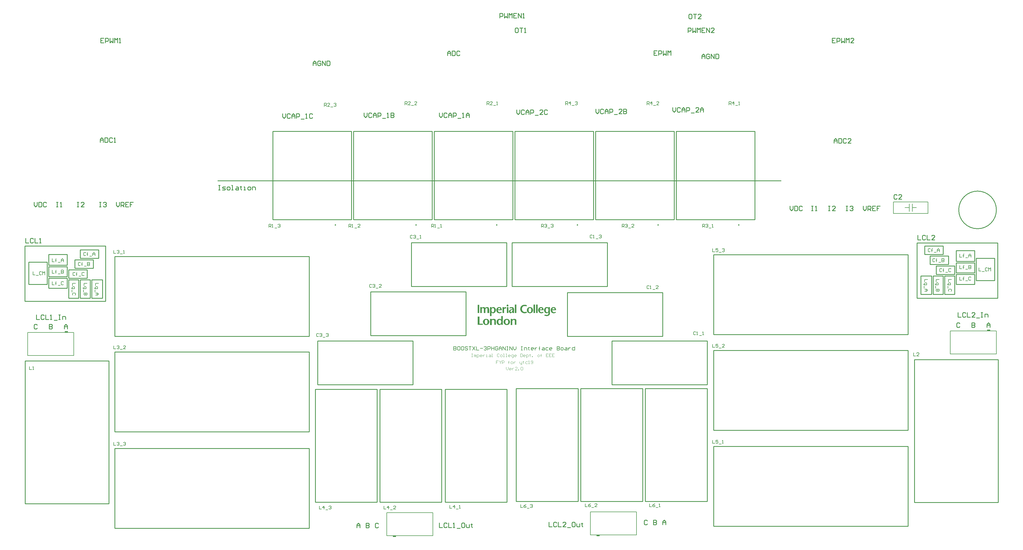
<source format=gto>
G04*
G04 #@! TF.GenerationSoftware,Altium Limited,Altium Designer,22.11.1 (43)*
G04*
G04 Layer_Color=65535*
%FSLAX44Y44*%
%MOMM*%
G71*
G04*
G04 #@! TF.SameCoordinates,5926677A-74AB-409A-8ECC-7C9113B37032*
G04*
G04*
G04 #@! TF.FilePolarity,Positive*
G04*
G01*
G75*
%ADD10C,0.2540*%
%ADD11C,0.2000*%
%ADD12C,0.1778*%
%ADD13C,0.1000*%
%ADD14R,1.1000X0.5000*%
G36*
X1928757Y2454686D02*
X1930251D01*
Y2454387D01*
X1931446D01*
Y2454088D01*
X1932342D01*
Y2453789D01*
X1932940D01*
Y2453491D01*
X1933538D01*
Y2453192D01*
X1934135D01*
Y2452893D01*
X1934434D01*
Y2452295D01*
X1934135D01*
Y2451698D01*
X1933837D01*
Y2451100D01*
X1933538D01*
Y2450502D01*
X1933239D01*
Y2449905D01*
X1932940D01*
Y2449606D01*
X1932043D01*
Y2449905D01*
X1931446D01*
Y2450204D01*
X1930549D01*
Y2450502D01*
X1929354D01*
Y2450801D01*
X1925171D01*
Y2450502D01*
X1923975D01*
Y2450204D01*
X1923378D01*
Y2449905D01*
X1922780D01*
Y2449606D01*
X1922182D01*
Y2449307D01*
X1921585D01*
Y2449008D01*
X1921286D01*
Y2448709D01*
X1920987D01*
Y2448411D01*
X1920688D01*
Y2448112D01*
X1920389D01*
Y2447813D01*
X1920091D01*
Y2447215D01*
X1919792D01*
Y2446917D01*
X1919493D01*
Y2446319D01*
X1919194D01*
Y2445721D01*
X1918895D01*
Y2445123D01*
X1918596D01*
Y2444227D01*
X1918298D01*
Y2443032D01*
X1917999D01*
Y2438848D01*
X1918298D01*
Y2437653D01*
X1918596D01*
Y2436458D01*
X1918895D01*
Y2435860D01*
X1919194D01*
Y2435262D01*
X1919493D01*
Y2434665D01*
X1919792D01*
Y2434366D01*
X1920091D01*
Y2434067D01*
X1920389D01*
Y2433768D01*
X1920688D01*
Y2433469D01*
X1920987D01*
Y2433171D01*
X1921286D01*
Y2432872D01*
X1921585D01*
Y2432573D01*
X1921884D01*
Y2432274D01*
X1922481D01*
Y2431975D01*
X1923079D01*
Y2431676D01*
X1923378D01*
Y2431378D01*
X1924274D01*
Y2431079D01*
X1925469D01*
Y2430780D01*
X1929653D01*
Y2431079D01*
X1930848D01*
Y2431378D01*
X1931745D01*
Y2431676D01*
X1932342D01*
Y2431975D01*
X1932940D01*
Y2431378D01*
X1933239D01*
Y2430780D01*
X1933538D01*
Y2429884D01*
X1933837D01*
Y2429286D01*
X1934135D01*
Y2428389D01*
X1933538D01*
Y2428091D01*
X1932940D01*
Y2427792D01*
X1932342D01*
Y2427493D01*
X1931446D01*
Y2427194D01*
X1930251D01*
Y2426895D01*
X1928458D01*
Y2426597D01*
X1925469D01*
Y2426895D01*
X1923378D01*
Y2427194D01*
X1922182D01*
Y2427493D01*
X1921286D01*
Y2427792D01*
X1920688D01*
Y2428091D01*
X1919792D01*
Y2428389D01*
X1919194D01*
Y2428688D01*
X1918895D01*
Y2428987D01*
X1918298D01*
Y2429286D01*
X1917999D01*
Y2429585D01*
X1917700D01*
Y2429884D01*
X1917102D01*
Y2430182D01*
X1916803D01*
Y2430481D01*
X1916505D01*
Y2430780D01*
X1916206D01*
Y2431079D01*
X1915907D01*
Y2431378D01*
X1915608D01*
Y2431676D01*
X1915309D01*
Y2431975D01*
X1915011D01*
Y2432274D01*
X1914712D01*
Y2432872D01*
X1914413D01*
Y2433171D01*
X1914114D01*
Y2433768D01*
X1913815D01*
Y2434366D01*
X1913517D01*
Y2434964D01*
X1913218D01*
Y2435561D01*
X1912919D01*
Y2436458D01*
X1912620D01*
Y2437653D01*
X1912321D01*
Y2440043D01*
X1912022D01*
Y2441837D01*
X1912321D01*
Y2443928D01*
X1912620D01*
Y2445123D01*
X1912919D01*
Y2446020D01*
X1913218D01*
Y2446618D01*
X1913517D01*
Y2447215D01*
X1913815D01*
Y2447813D01*
X1914114D01*
Y2448411D01*
X1914413D01*
Y2448709D01*
X1914712D01*
Y2449307D01*
X1915011D01*
Y2449606D01*
X1915309D01*
Y2449905D01*
X1915608D01*
Y2450204D01*
X1915907D01*
Y2450502D01*
X1916206D01*
Y2450801D01*
X1916505D01*
Y2451100D01*
X1916803D01*
Y2451399D01*
X1917102D01*
Y2451698D01*
X1917700D01*
Y2451996D01*
X1917999D01*
Y2452295D01*
X1918298D01*
Y2452594D01*
X1918895D01*
Y2452893D01*
X1919194D01*
Y2453192D01*
X1919792D01*
Y2453491D01*
X1920688D01*
Y2453789D01*
X1921286D01*
Y2454088D01*
X1922182D01*
Y2454387D01*
X1923378D01*
Y2454686D01*
X1925171D01*
Y2454985D01*
X1928757D01*
Y2454686D01*
D02*
G37*
G36*
X1871084Y2455284D02*
X1871681D01*
Y2454985D01*
X1871980D01*
Y2454686D01*
X1872578D01*
Y2454088D01*
X1872876D01*
Y2453789D01*
X1873175D01*
Y2452893D01*
X1873474D01*
Y2452295D01*
X1873175D01*
Y2451100D01*
X1872876D01*
Y2450502D01*
X1872578D01*
Y2450204D01*
X1872279D01*
Y2449905D01*
X1871980D01*
Y2449606D01*
X1871382D01*
Y2449307D01*
X1868992D01*
Y2449606D01*
X1868693D01*
Y2449905D01*
X1868095D01*
Y2450502D01*
X1867796D01*
Y2450801D01*
X1867498D01*
Y2451399D01*
X1867199D01*
Y2453491D01*
X1867498D01*
Y2454088D01*
X1867796D01*
Y2454387D01*
X1868095D01*
Y2454686D01*
X1868394D01*
Y2454985D01*
X1868693D01*
Y2455284D01*
X1869291D01*
Y2455582D01*
X1871084D01*
Y2455284D01*
D02*
G37*
G36*
X1804446Y2446917D02*
X1805641D01*
Y2446618D01*
X1806239D01*
Y2446319D01*
X1806538D01*
Y2446020D01*
X1807135D01*
Y2445721D01*
X1807434D01*
Y2445422D01*
X1807733D01*
Y2445123D01*
X1808032D01*
Y2444526D01*
X1808331D01*
Y2443928D01*
X1808629D01*
Y2443331D01*
X1808928D01*
Y2442434D01*
X1809227D01*
Y2440342D01*
X1809526D01*
Y2427493D01*
X1809227D01*
Y2427194D01*
X1804147D01*
Y2440940D01*
X1803848D01*
Y2441837D01*
X1803549D01*
Y2442434D01*
X1803251D01*
Y2442733D01*
X1802952D01*
Y2443032D01*
X1802653D01*
Y2443331D01*
X1801756D01*
Y2443629D01*
X1799964D01*
Y2443331D01*
X1799067D01*
Y2443032D01*
X1798768D01*
Y2442733D01*
X1798469D01*
Y2442434D01*
X1798171D01*
Y2442135D01*
X1797872D01*
Y2441538D01*
X1797573D01*
Y2440641D01*
X1797274D01*
Y2427194D01*
X1791895D01*
Y2440940D01*
X1791597D01*
Y2441837D01*
X1791298D01*
Y2442434D01*
X1790999D01*
Y2442733D01*
X1790700D01*
Y2443032D01*
X1790401D01*
Y2443331D01*
X1789505D01*
Y2443629D01*
X1787712D01*
Y2443331D01*
X1787114D01*
Y2443032D01*
X1786517D01*
Y2442733D01*
X1786218D01*
Y2442434D01*
X1785919D01*
Y2442135D01*
X1785620D01*
Y2441538D01*
X1785321D01*
Y2440342D01*
X1785022D01*
Y2427194D01*
X1779942D01*
Y2431079D01*
Y2431378D01*
Y2446917D01*
X1784724D01*
Y2446618D01*
X1785022D01*
Y2444825D01*
X1785321D01*
Y2445123D01*
X1785620D01*
Y2445422D01*
X1785919D01*
Y2445721D01*
X1786517D01*
Y2446020D01*
X1786815D01*
Y2446319D01*
X1787413D01*
Y2446618D01*
X1788309D01*
Y2446917D01*
X1789505D01*
Y2447215D01*
X1792194D01*
Y2446917D01*
X1793091D01*
Y2446618D01*
X1793987D01*
Y2446319D01*
X1794585D01*
Y2446020D01*
X1794884D01*
Y2445721D01*
X1795481D01*
Y2445422D01*
X1795780D01*
Y2445123D01*
X1796079D01*
Y2444825D01*
X1796378D01*
Y2444526D01*
X1796676D01*
Y2444825D01*
X1796975D01*
Y2445123D01*
X1797274D01*
Y2445422D01*
X1797573D01*
Y2445721D01*
X1798171D01*
Y2446020D01*
X1798768D01*
Y2446319D01*
X1799366D01*
Y2446618D01*
X1800262D01*
Y2446917D01*
X1801458D01*
Y2447215D01*
X1804446D01*
Y2446917D01*
D02*
G37*
G36*
X1824766D02*
X1825662D01*
Y2446618D01*
X1826559D01*
Y2446319D01*
X1827157D01*
Y2446020D01*
X1827455D01*
Y2445721D01*
X1828053D01*
Y2445422D01*
X1828352D01*
Y2445123D01*
X1828651D01*
Y2444825D01*
X1828949D01*
Y2444526D01*
X1829248D01*
Y2444227D01*
X1829547D01*
Y2443928D01*
X1829846D01*
Y2443331D01*
X1830145D01*
Y2443032D01*
Y2442733D01*
X1830444D01*
Y2442135D01*
X1830742D01*
Y2441239D01*
X1831041D01*
Y2440342D01*
X1831340D01*
Y2439147D01*
X1831639D01*
Y2435860D01*
X1831340D01*
Y2434366D01*
X1831041D01*
Y2433171D01*
X1830742D01*
Y2432573D01*
X1830444D01*
Y2431975D01*
X1830145D01*
Y2431378D01*
X1829846D01*
Y2430780D01*
X1829547D01*
Y2430481D01*
X1829248D01*
Y2429884D01*
X1828949D01*
Y2429585D01*
X1828651D01*
Y2429286D01*
X1828352D01*
Y2428987D01*
X1828053D01*
Y2428688D01*
X1827754D01*
Y2428389D01*
X1827157D01*
Y2428091D01*
X1826858D01*
Y2427792D01*
X1826559D01*
Y2427493D01*
X1825662D01*
Y2427194D01*
X1825065D01*
Y2426895D01*
X1823869D01*
Y2426597D01*
X1822077D01*
Y2426895D01*
X1820582D01*
Y2427194D01*
X1819686D01*
Y2427493D01*
X1819387D01*
Y2427792D01*
X1818789D01*
Y2428091D01*
X1818491D01*
Y2428389D01*
X1817893D01*
Y2428688D01*
X1817594D01*
Y2428987D01*
X1817295D01*
Y2429286D01*
X1816996D01*
Y2417333D01*
X1811917D01*
Y2446618D01*
X1812215D01*
Y2446917D01*
X1816996D01*
Y2444227D01*
X1817295D01*
Y2444526D01*
X1817594D01*
Y2444825D01*
X1817893D01*
Y2445123D01*
X1818192D01*
Y2445422D01*
X1818491D01*
Y2445721D01*
X1819088D01*
Y2446020D01*
X1819387D01*
Y2446319D01*
X1819985D01*
Y2446618D01*
X1820881D01*
Y2446917D01*
X1822077D01*
Y2447215D01*
X1824766D01*
Y2446917D01*
D02*
G37*
G36*
X1863613D02*
X1864509D01*
Y2446618D01*
X1864808D01*
Y2446319D01*
X1865406D01*
Y2446020D01*
X1865705D01*
Y2445721D01*
X1866004D01*
Y2445422D01*
X1866302D01*
Y2445123D01*
X1866004D01*
Y2444526D01*
X1865705D01*
Y2443928D01*
X1865406D01*
Y2443629D01*
X1865107D01*
Y2443032D01*
X1864808D01*
Y2442434D01*
X1864509D01*
Y2441837D01*
X1863912D01*
Y2442135D01*
X1862717D01*
Y2442434D01*
X1861222D01*
Y2442135D01*
X1860625D01*
Y2441837D01*
X1860027D01*
Y2441538D01*
X1859728D01*
Y2440940D01*
X1859429D01*
Y2440641D01*
X1859131D01*
Y2439745D01*
X1858832D01*
Y2438549D01*
X1858533D01*
Y2428091D01*
Y2427792D01*
Y2427194D01*
X1853453D01*
Y2446917D01*
X1858533D01*
Y2443629D01*
X1858832D01*
Y2444227D01*
X1859131D01*
Y2444526D01*
X1859429D01*
Y2444825D01*
X1859728D01*
Y2445422D01*
X1860027D01*
Y2445721D01*
X1860326D01*
Y2446020D01*
X1860625D01*
Y2446319D01*
X1860923D01*
Y2446618D01*
X1861521D01*
Y2446917D01*
X1862119D01*
Y2447215D01*
X1863613D01*
Y2446917D01*
D02*
G37*
G36*
X1969695Y2430481D02*
Y2430182D01*
Y2427194D01*
X1964615D01*
Y2455881D01*
X1969695D01*
Y2430481D01*
D02*
G37*
G36*
X1961328Y2455582D02*
X1961627D01*
Y2427493D01*
X1961328D01*
Y2427194D01*
X1956248D01*
Y2447813D01*
Y2448112D01*
Y2455881D01*
X1961328D01*
Y2455582D01*
D02*
G37*
G36*
X1899771Y2427194D02*
X1894392D01*
Y2451698D01*
Y2451996D01*
Y2455881D01*
X1899771D01*
Y2427194D01*
D02*
G37*
G36*
X1886025Y2446917D02*
X1887220D01*
Y2446618D01*
X1887818D01*
Y2446319D01*
X1888415D01*
Y2446020D01*
X1889013D01*
Y2445721D01*
X1889312D01*
Y2445422D01*
X1889611D01*
Y2445123D01*
X1889909D01*
Y2444825D01*
X1890208D01*
Y2444227D01*
X1890507D01*
Y2443928D01*
X1890806D01*
Y2443032D01*
X1891105D01*
Y2442135D01*
X1891404D01*
Y2431378D01*
X1891702D01*
Y2428688D01*
X1892001D01*
Y2427493D01*
X1892300D01*
Y2427194D01*
X1886622D01*
Y2428389D01*
X1886324D01*
Y2429884D01*
X1886025D01*
Y2429585D01*
X1885726D01*
Y2429286D01*
X1885427D01*
Y2428987D01*
X1884829D01*
Y2428688D01*
X1884531D01*
Y2428389D01*
X1884232D01*
Y2428091D01*
X1883634D01*
Y2427792D01*
X1883335D01*
Y2427493D01*
X1882738D01*
Y2427194D01*
X1881841D01*
Y2426895D01*
X1880646D01*
Y2426597D01*
X1880347D01*
Y2426895D01*
X1878554D01*
Y2427194D01*
X1877957D01*
Y2427493D01*
X1877359D01*
Y2427792D01*
X1877060D01*
Y2428091D01*
X1876761D01*
Y2428389D01*
X1876462D01*
Y2428688D01*
X1876163D01*
Y2428987D01*
X1875865D01*
Y2429585D01*
X1875566D01*
Y2430182D01*
X1875267D01*
Y2431378D01*
X1874968D01*
Y2434067D01*
X1875267D01*
Y2434964D01*
X1875566D01*
Y2435561D01*
X1875865D01*
Y2436159D01*
X1876163D01*
Y2436458D01*
X1876462D01*
Y2437055D01*
X1876761D01*
Y2437354D01*
X1877359D01*
Y2437653D01*
X1877658D01*
Y2437952D01*
X1877957D01*
Y2438251D01*
X1878554D01*
Y2438549D01*
X1879152D01*
Y2438848D01*
X1879749D01*
Y2439147D01*
X1880347D01*
Y2439446D01*
X1881243D01*
Y2439745D01*
X1882140D01*
Y2440043D01*
X1883036D01*
Y2440342D01*
X1883933D01*
Y2440641D01*
X1885128D01*
Y2440940D01*
X1886025D01*
Y2441239D01*
X1886324D01*
Y2441837D01*
X1886025D01*
Y2442434D01*
X1885726D01*
Y2443032D01*
X1885427D01*
Y2443331D01*
X1884829D01*
Y2443629D01*
X1884232D01*
Y2443928D01*
X1881243D01*
Y2443629D01*
X1880347D01*
Y2443331D01*
X1879749D01*
Y2443032D01*
X1879152D01*
Y2442733D01*
X1878853D01*
Y2442434D01*
X1878554D01*
Y2442135D01*
X1877957D01*
Y2442434D01*
X1877658D01*
Y2442733D01*
X1877359D01*
Y2443331D01*
X1877060D01*
Y2443629D01*
X1876761D01*
Y2444227D01*
X1876462D01*
Y2444825D01*
X1876761D01*
Y2445123D01*
X1877359D01*
Y2445422D01*
X1877658D01*
Y2445721D01*
X1878255D01*
Y2446020D01*
X1878853D01*
Y2446319D01*
X1879451D01*
Y2446618D01*
X1880048D01*
Y2446917D01*
X1881542D01*
Y2447215D01*
X1886025D01*
Y2446917D01*
D02*
G37*
G36*
X1872578Y2446618D02*
X1872876D01*
Y2427194D01*
X1867796D01*
Y2446917D01*
X1872578D01*
Y2446618D01*
D02*
G37*
G36*
X1776954Y2427194D02*
X1771575D01*
Y2454387D01*
X1771874D01*
Y2454686D01*
X1776954D01*
Y2427194D01*
D02*
G37*
G36*
X2024081Y2446917D02*
X2024978D01*
Y2446618D01*
X2025874D01*
Y2446319D01*
X2026472D01*
Y2446020D01*
X2027069D01*
Y2445721D01*
X2027368D01*
Y2445422D01*
X2027667D01*
Y2445123D01*
X2027966D01*
Y2444825D01*
X2028265D01*
Y2444526D01*
X2028564D01*
Y2444227D01*
X2028862D01*
Y2443629D01*
X2029161D01*
Y2443032D01*
X2029460D01*
Y2442434D01*
X2029759D01*
Y2441538D01*
X2030058D01*
Y2440641D01*
X2030356D01*
Y2436458D01*
X2018105D01*
Y2434964D01*
X2018403D01*
Y2433768D01*
X2018702D01*
Y2433171D01*
X2019001D01*
Y2432573D01*
X2019300D01*
Y2432274D01*
X2019599D01*
Y2431975D01*
X2019898D01*
Y2431676D01*
X2020197D01*
Y2431378D01*
X2020495D01*
Y2431079D01*
X2020794D01*
Y2430780D01*
X2021392D01*
Y2430481D01*
X2022288D01*
Y2430182D01*
X2025276D01*
Y2430481D01*
X2026472D01*
Y2430780D01*
X2027368D01*
Y2431079D01*
X2027966D01*
Y2431378D01*
X2028265D01*
Y2431676D01*
X2028862D01*
Y2431079D01*
X2029161D01*
Y2430481D01*
X2029460D01*
Y2429884D01*
X2029759D01*
Y2429585D01*
X2030058D01*
Y2428688D01*
X2029460D01*
Y2428389D01*
X2028862D01*
Y2428091D01*
X2028265D01*
Y2427792D01*
X2027667D01*
Y2427493D01*
X2026771D01*
Y2427194D01*
X2025575D01*
Y2426895D01*
X2023782D01*
Y2426597D01*
X2021691D01*
Y2426895D01*
X2019898D01*
Y2427194D01*
X2019001D01*
Y2427493D01*
X2018403D01*
Y2427792D01*
X2017806D01*
Y2428091D01*
X2017208D01*
Y2428389D01*
X2016909D01*
Y2428688D01*
X2016312D01*
Y2428987D01*
X2016013D01*
Y2429286D01*
X2015714D01*
Y2429585D01*
X2015415D01*
Y2429884D01*
X2015116D01*
Y2430481D01*
X2014818D01*
Y2430780D01*
X2014519D01*
Y2431079D01*
X2014220D01*
Y2431676D01*
X2013921D01*
Y2432274D01*
X2013622D01*
Y2432872D01*
X2013324D01*
Y2434067D01*
X2013025D01*
Y2434964D01*
X2012726D01*
Y2439446D01*
X2013025D01*
Y2440342D01*
X2013324D01*
Y2441538D01*
X2013622D01*
Y2442135D01*
X2013921D01*
Y2442434D01*
X2014220D01*
Y2443032D01*
X2014519D01*
Y2443331D01*
X2014818D01*
Y2443928D01*
X2015116D01*
Y2444227D01*
X2015415D01*
Y2444526D01*
X2015714D01*
Y2444825D01*
X2016013D01*
Y2445123D01*
X2016611D01*
Y2445422D01*
X2016909D01*
Y2445721D01*
X2017507D01*
Y2446020D01*
X2018105D01*
Y2446319D01*
X2018702D01*
Y2446618D01*
X2019599D01*
Y2446917D01*
X2020794D01*
Y2447215D01*
X2024081D01*
Y2446917D01*
D02*
G37*
G36*
X1982843D02*
X1984039D01*
Y2446618D01*
X1984935D01*
Y2446319D01*
X1985533D01*
Y2446020D01*
X1985832D01*
Y2445721D01*
X1986131D01*
Y2445422D01*
X1986728D01*
Y2445123D01*
X1987027D01*
Y2444825D01*
X1987326D01*
Y2444227D01*
X1987625D01*
Y2443928D01*
X1987923D01*
Y2443331D01*
X1988222D01*
Y2442733D01*
X1988521D01*
Y2442135D01*
X1988820D01*
Y2441239D01*
X1989119D01*
Y2439446D01*
X1989418D01*
Y2436458D01*
X1977166D01*
Y2434366D01*
X1977465D01*
Y2433469D01*
X1977764D01*
Y2432872D01*
X1978062D01*
Y2432274D01*
X1978361D01*
Y2431975D01*
X1978660D01*
Y2431676D01*
X1978959D01*
Y2431378D01*
X1979258D01*
Y2431079D01*
X1979855D01*
Y2430780D01*
X1980154D01*
Y2430481D01*
X1981051D01*
Y2430182D01*
X1984039D01*
Y2430481D01*
X1985234D01*
Y2430780D01*
X1986131D01*
Y2431079D01*
X1986728D01*
Y2431378D01*
X1987326D01*
Y2431676D01*
X1987625D01*
Y2431378D01*
X1987923D01*
Y2430780D01*
X1988222D01*
Y2430182D01*
X1988521D01*
Y2429585D01*
X1988820D01*
Y2429286D01*
X1989119D01*
Y2428688D01*
X1988521D01*
Y2428389D01*
X1987923D01*
Y2428091D01*
X1987326D01*
Y2427792D01*
X1986429D01*
Y2427493D01*
X1985832D01*
Y2427194D01*
X1984637D01*
Y2426895D01*
X1982843D01*
Y2426597D01*
X1980752D01*
Y2426895D01*
X1978959D01*
Y2427194D01*
X1977764D01*
Y2427493D01*
X1977166D01*
Y2427792D01*
X1976568D01*
Y2428091D01*
X1976269D01*
Y2428389D01*
X1975672D01*
Y2428688D01*
X1975373D01*
Y2428987D01*
X1975074D01*
Y2429286D01*
X1974775D01*
Y2429585D01*
X1974476D01*
Y2429884D01*
X1974178D01*
Y2430182D01*
X1973879D01*
Y2430481D01*
X1973580D01*
Y2430780D01*
X1973281D01*
Y2431378D01*
X1972982D01*
Y2431975D01*
X1972684D01*
Y2432573D01*
X1972385D01*
Y2433469D01*
X1972086D01*
Y2434366D01*
X1971787D01*
Y2436756D01*
X1971488D01*
Y2437952D01*
X1971787D01*
Y2440043D01*
X1972086D01*
Y2440940D01*
X1972385D01*
Y2441837D01*
X1972684D01*
Y2442434D01*
X1972982D01*
Y2442733D01*
X1973281D01*
Y2443331D01*
X1973580D01*
Y2443629D01*
X1973879D01*
Y2443928D01*
X1974178D01*
Y2444526D01*
X1974775D01*
Y2444825D01*
X1975074D01*
Y2445123D01*
X1975373D01*
Y2445422D01*
X1975672D01*
Y2445721D01*
X1976269D01*
Y2446020D01*
X1976867D01*
Y2446319D01*
X1977465D01*
Y2446618D01*
X1978361D01*
Y2446917D01*
X1979556D01*
Y2447215D01*
X1982843D01*
Y2446917D01*
D02*
G37*
G36*
X1945789D02*
X1947283D01*
Y2446618D01*
X1948180D01*
Y2446319D01*
X1948778D01*
Y2446020D01*
X1949375D01*
Y2445721D01*
X1949973D01*
Y2445422D01*
X1950272D01*
Y2445123D01*
X1950571D01*
Y2444825D01*
X1951168D01*
Y2444526D01*
X1951467D01*
Y2444227D01*
X1951766D01*
Y2443928D01*
X1952065D01*
Y2443331D01*
X1952363D01*
Y2443032D01*
X1952662D01*
Y2442733D01*
X1952961D01*
Y2442135D01*
X1953260D01*
Y2441538D01*
X1953559D01*
Y2440641D01*
X1953858D01*
Y2439745D01*
X1954156D01*
Y2437952D01*
X1954455D01*
Y2436756D01*
X1954156D01*
Y2436159D01*
Y2435860D01*
Y2434366D01*
X1953858D01*
Y2433469D01*
X1953559D01*
Y2432573D01*
X1953260D01*
Y2431975D01*
X1952961D01*
Y2431378D01*
X1952662D01*
Y2430780D01*
X1952363D01*
Y2430481D01*
X1952065D01*
Y2430182D01*
X1951766D01*
Y2429585D01*
X1951467D01*
Y2429286D01*
X1950869D01*
Y2428987D01*
X1950571D01*
Y2428688D01*
X1950272D01*
Y2428389D01*
X1949973D01*
Y2428091D01*
X1949375D01*
Y2427792D01*
X1948778D01*
Y2427493D01*
X1947881D01*
Y2427194D01*
X1946985D01*
Y2426895D01*
X1945192D01*
Y2426597D01*
X1943399D01*
Y2426895D01*
X1941606D01*
Y2427194D01*
X1940411D01*
Y2427493D01*
X1939813D01*
Y2427792D01*
X1939215D01*
Y2428091D01*
X1938618D01*
Y2428389D01*
X1938319D01*
Y2428688D01*
X1938020D01*
Y2428987D01*
X1937721D01*
Y2429286D01*
X1937422D01*
Y2429585D01*
X1936825D01*
Y2430182D01*
X1936526D01*
Y2430481D01*
X1936227D01*
Y2430780D01*
X1935928D01*
Y2431378D01*
X1935629D01*
Y2431975D01*
X1935331D01*
Y2432573D01*
X1935032D01*
Y2433171D01*
X1934733D01*
Y2434366D01*
X1934434D01*
Y2439745D01*
X1934733D01*
Y2440641D01*
X1935032D01*
Y2441538D01*
X1935331D01*
Y2442135D01*
X1935629D01*
Y2442434D01*
X1935928D01*
Y2443032D01*
X1936227D01*
Y2443331D01*
X1936526D01*
Y2443629D01*
X1936825D01*
Y2444227D01*
X1937124D01*
Y2444526D01*
X1937422D01*
Y2444825D01*
X1938020D01*
Y2445123D01*
X1938319D01*
Y2445422D01*
X1938618D01*
Y2445721D01*
X1939215D01*
Y2446020D01*
X1939813D01*
Y2446319D01*
X1940411D01*
Y2446618D01*
X1941307D01*
Y2446917D01*
X1942801D01*
Y2447215D01*
X1945789D01*
Y2446917D01*
D02*
G37*
G36*
X1844488D02*
X1845683D01*
Y2446618D01*
X1846580D01*
Y2446319D01*
X1847178D01*
Y2446020D01*
X1847477D01*
Y2445721D01*
X1848074D01*
Y2445422D01*
X1848373D01*
Y2445123D01*
X1848672D01*
Y2444825D01*
X1848971D01*
Y2444227D01*
X1849269D01*
Y2443928D01*
X1849568D01*
Y2443331D01*
X1849867D01*
Y2442733D01*
X1850166D01*
Y2442135D01*
X1850465D01*
Y2441239D01*
X1850764D01*
Y2439745D01*
X1851062D01*
Y2436458D01*
X1838811D01*
Y2434366D01*
X1839109D01*
Y2433469D01*
X1839408D01*
Y2432872D01*
X1839707D01*
Y2432274D01*
X1840006D01*
Y2431975D01*
X1840305D01*
Y2431676D01*
X1840603D01*
Y2431378D01*
X1840902D01*
Y2431079D01*
X1841500D01*
Y2430780D01*
X1841799D01*
Y2430481D01*
X1842695D01*
Y2430182D01*
X1845683D01*
Y2430481D01*
X1846879D01*
Y2430780D01*
X1847775D01*
Y2431079D01*
X1848373D01*
Y2431378D01*
X1848971D01*
Y2431676D01*
X1849269D01*
Y2431378D01*
X1849568D01*
Y2430780D01*
X1849867D01*
Y2430182D01*
X1850166D01*
Y2429884D01*
X1850465D01*
Y2429286D01*
X1850764D01*
Y2428688D01*
X1850166D01*
Y2428389D01*
X1849568D01*
Y2428091D01*
X1848971D01*
Y2427792D01*
X1848074D01*
Y2427493D01*
X1847477D01*
Y2427194D01*
X1846281D01*
Y2426895D01*
X1844488D01*
Y2426597D01*
X1842397D01*
Y2426895D01*
X1840603D01*
Y2427194D01*
X1839707D01*
Y2427493D01*
X1838811D01*
Y2427792D01*
X1838213D01*
Y2428091D01*
X1837914D01*
Y2428389D01*
X1837316D01*
Y2428688D01*
X1837018D01*
Y2428987D01*
X1836719D01*
Y2429286D01*
X1836420D01*
Y2429585D01*
X1836121D01*
Y2429884D01*
X1835822D01*
Y2430182D01*
X1835524D01*
Y2430481D01*
X1835225D01*
Y2430780D01*
X1834926D01*
Y2431378D01*
X1834627D01*
Y2431975D01*
X1834328D01*
Y2432573D01*
X1834029D01*
Y2433469D01*
X1833731D01*
Y2434366D01*
X1833432D01*
Y2436756D01*
X1833133D01*
Y2437952D01*
X1833432D01*
Y2440043D01*
X1833731D01*
Y2440940D01*
X1834029D01*
Y2441837D01*
X1834328D01*
Y2442135D01*
X1834627D01*
Y2442733D01*
X1834926D01*
Y2443331D01*
X1835225D01*
Y2443629D01*
X1835524D01*
Y2443928D01*
X1835822D01*
Y2444227D01*
X1836121D01*
Y2444526D01*
X1836420D01*
Y2444825D01*
X1836719D01*
Y2445123D01*
X1837018D01*
Y2445422D01*
X1837316D01*
Y2445721D01*
X1837914D01*
Y2446020D01*
X1838512D01*
Y2446319D01*
X1839109D01*
Y2446618D01*
X1840006D01*
Y2446917D01*
X1841201D01*
Y2447215D01*
X1844488D01*
Y2446917D01*
D02*
G37*
G36*
X2001669D02*
X2002566D01*
Y2446618D01*
X2003163D01*
Y2446319D01*
X2003761D01*
Y2446020D01*
X2004060D01*
Y2445721D01*
X2004658D01*
Y2445422D01*
X2004957D01*
Y2445123D01*
X2005255D01*
Y2444526D01*
X2005554D01*
Y2446618D01*
X2005853D01*
Y2446917D01*
X2010634D01*
Y2443032D01*
Y2442733D01*
Y2425700D01*
X2010335D01*
Y2424505D01*
X2010036D01*
Y2423608D01*
X2009738D01*
Y2422712D01*
X2009439D01*
Y2422114D01*
X2009140D01*
Y2421815D01*
X2008841D01*
Y2421218D01*
X2008542D01*
Y2420919D01*
X2008244D01*
Y2420620D01*
X2007945D01*
Y2420321D01*
X2007646D01*
Y2420022D01*
X2007347D01*
Y2419724D01*
X2007048D01*
Y2419425D01*
X2006451D01*
Y2419126D01*
X2006152D01*
Y2418827D01*
X2005554D01*
Y2418528D01*
X2004957D01*
Y2418229D01*
X2004060D01*
Y2417931D01*
X2002865D01*
Y2417632D01*
X1997187D01*
Y2417931D01*
X1995693D01*
Y2418229D01*
X1994498D01*
Y2418528D01*
X1993601D01*
Y2418827D01*
X1993004D01*
Y2419126D01*
X1992406D01*
Y2419425D01*
X1992107D01*
Y2420022D01*
X1992406D01*
Y2420919D01*
X1992705D01*
Y2421815D01*
X1993004D01*
Y2422712D01*
X1993302D01*
Y2422413D01*
X1993900D01*
Y2422114D01*
X1994498D01*
Y2421815D01*
X1995394D01*
Y2421517D01*
X1996589D01*
Y2421218D01*
X1998980D01*
Y2420919D01*
X2000175D01*
Y2421218D01*
X2001968D01*
Y2421517D01*
X2002566D01*
Y2421815D01*
X2003163D01*
Y2422114D01*
X2003462D01*
Y2422413D01*
X2003761D01*
Y2422712D01*
X2004060D01*
Y2423011D01*
X2004359D01*
Y2423309D01*
X2004658D01*
Y2423907D01*
X2004957D01*
Y2424505D01*
X2005255D01*
Y2425700D01*
X2005554D01*
Y2429884D01*
X2005255D01*
Y2429585D01*
X2004957D01*
Y2428987D01*
X2004658D01*
Y2428688D01*
X2004060D01*
Y2428389D01*
X2003761D01*
Y2428091D01*
X2003462D01*
Y2427792D01*
X2002865D01*
Y2427493D01*
X2002267D01*
Y2427194D01*
X2001669D01*
Y2426895D01*
X1999578D01*
Y2426597D01*
X1999279D01*
Y2426895D01*
X1997486D01*
Y2427194D01*
X1996589D01*
Y2427493D01*
X1995693D01*
Y2427792D01*
X1995394D01*
Y2428091D01*
X1994796D01*
Y2428389D01*
X1994498D01*
Y2428688D01*
X1994199D01*
Y2428987D01*
X1993900D01*
Y2429286D01*
X1993601D01*
Y2429585D01*
X1993302D01*
Y2429884D01*
X1993004D01*
Y2430481D01*
X1992705D01*
Y2431079D01*
X1992406D01*
Y2431676D01*
X1992107D01*
Y2432274D01*
X1991808D01*
Y2433171D01*
X1991509D01*
Y2434366D01*
X1991211D01*
Y2439446D01*
X1991509D01*
Y2440641D01*
X1991808D01*
Y2441538D01*
X1992107D01*
Y2442135D01*
X1992406D01*
Y2442733D01*
X1992705D01*
Y2443032D01*
X1993004D01*
Y2443629D01*
X1993302D01*
Y2443928D01*
X1993601D01*
Y2444227D01*
X1993900D01*
Y2444526D01*
X1994199D01*
Y2444825D01*
X1994498D01*
Y2445123D01*
X1994796D01*
Y2445422D01*
X1995095D01*
Y2445721D01*
X1995394D01*
Y2446020D01*
X1995992D01*
Y2446319D01*
X1996589D01*
Y2446618D01*
X1997187D01*
Y2446917D01*
X1998083D01*
Y2447215D01*
X2001669D01*
Y2446917D01*
D02*
G37*
G36*
X1894392Y2408069D02*
X1895587D01*
Y2407771D01*
X1896185D01*
Y2407472D01*
X1896782D01*
Y2407173D01*
X1897380D01*
Y2406874D01*
X1897679D01*
Y2406575D01*
X1897978D01*
Y2406277D01*
X1898277D01*
Y2405679D01*
X1898575D01*
Y2405380D01*
X1898874D01*
Y2404782D01*
X1899173D01*
Y2403886D01*
X1899472D01*
Y2402093D01*
X1899771D01*
Y2388347D01*
X1894392D01*
Y2401794D01*
X1894093D01*
Y2402691D01*
X1893794D01*
Y2403288D01*
X1893495D01*
Y2403587D01*
X1893197D01*
Y2403886D01*
X1892898D01*
Y2404185D01*
X1892300D01*
Y2404483D01*
X1888714D01*
Y2404185D01*
X1888116D01*
Y2403886D01*
X1887519D01*
Y2403587D01*
X1887220D01*
Y2403288D01*
X1886921D01*
Y2402691D01*
X1886622D01*
Y2402392D01*
X1886324D01*
Y2401495D01*
X1886025D01*
Y2388347D01*
X1885726D01*
Y2388048D01*
X1880945D01*
Y2388347D01*
X1880646D01*
Y2407771D01*
X1886025D01*
Y2406575D01*
Y2406277D01*
Y2405978D01*
X1886622D01*
Y2406277D01*
X1886921D01*
Y2406575D01*
X1887220D01*
Y2406874D01*
X1887818D01*
Y2407173D01*
X1888415D01*
Y2407472D01*
X1889013D01*
Y2407771D01*
X1889909D01*
Y2408069D01*
X1891404D01*
Y2408368D01*
X1894392D01*
Y2408069D01*
D02*
G37*
G36*
X1854648Y2388347D02*
X1849269D01*
Y2390738D01*
X1848971D01*
Y2390439D01*
X1848672D01*
Y2390140D01*
X1848373D01*
Y2389841D01*
X1848074D01*
Y2389542D01*
X1847477D01*
Y2389243D01*
X1847178D01*
Y2388945D01*
X1846879D01*
Y2388646D01*
X1846281D01*
Y2388347D01*
X1845385D01*
Y2388048D01*
X1844189D01*
Y2387749D01*
X1841500D01*
Y2388048D01*
X1840305D01*
Y2388347D01*
X1839408D01*
Y2388646D01*
X1838811D01*
Y2388945D01*
X1838213D01*
Y2389243D01*
X1837914D01*
Y2389542D01*
X1837615D01*
Y2389841D01*
X1837316D01*
Y2390140D01*
X1837018D01*
Y2390439D01*
X1836719D01*
Y2390738D01*
X1836420D01*
Y2391037D01*
X1836121D01*
Y2391335D01*
X1835822D01*
Y2391933D01*
X1835524D01*
Y2392531D01*
X1835225D01*
Y2393128D01*
X1834926D01*
Y2394025D01*
X1834627D01*
Y2395220D01*
X1834328D01*
Y2397312D01*
X1834029D01*
Y2399105D01*
X1834328D01*
Y2400898D01*
X1834627D01*
Y2401794D01*
X1834926D01*
Y2402691D01*
X1835225D01*
Y2403288D01*
X1835524D01*
Y2403886D01*
X1835822D01*
Y2404185D01*
X1836121D01*
Y2404483D01*
X1836420D01*
Y2405081D01*
X1836719D01*
Y2405380D01*
X1837018D01*
Y2405679D01*
X1837316D01*
Y2405978D01*
X1837615D01*
Y2406277D01*
X1837914D01*
Y2406575D01*
X1838512D01*
Y2406874D01*
X1838811D01*
Y2407173D01*
X1839408D01*
Y2407472D01*
X1840006D01*
Y2407771D01*
X1840902D01*
Y2408069D01*
X1842098D01*
Y2408368D01*
X1844488D01*
Y2408069D01*
X1845982D01*
Y2407771D01*
X1846879D01*
Y2407472D01*
X1847178D01*
Y2407173D01*
X1847775D01*
Y2406874D01*
X1848373D01*
Y2406575D01*
X1848672D01*
Y2406277D01*
X1848971D01*
Y2405978D01*
X1849269D01*
Y2414345D01*
Y2414644D01*
Y2417034D01*
X1854648D01*
Y2388347D01*
D02*
G37*
G36*
X1826260Y2408069D02*
X1827455D01*
Y2407771D01*
X1828053D01*
Y2407472D01*
X1828651D01*
Y2407173D01*
X1829248D01*
Y2406874D01*
X1829547D01*
Y2406575D01*
X1829846D01*
Y2406277D01*
X1830145D01*
Y2405978D01*
X1830444D01*
Y2405380D01*
X1830742D01*
Y2404782D01*
X1831041D01*
Y2404185D01*
X1831340D01*
Y2402691D01*
X1831639D01*
Y2388347D01*
X1826260D01*
Y2402093D01*
X1825961D01*
Y2402392D01*
Y2402691D01*
Y2402989D01*
X1825662D01*
Y2403288D01*
X1825363D01*
Y2403587D01*
X1825065D01*
Y2403886D01*
X1824766D01*
Y2404185D01*
X1824168D01*
Y2404483D01*
X1820582D01*
Y2404185D01*
X1819985D01*
Y2403886D01*
X1819686D01*
Y2403587D01*
X1819088D01*
Y2402989D01*
X1818789D01*
Y2402691D01*
X1818491D01*
Y2402093D01*
X1818192D01*
Y2401196D01*
X1817893D01*
Y2388048D01*
X1812813D01*
Y2388347D01*
X1812514D01*
Y2407771D01*
X1817893D01*
Y2405679D01*
X1818192D01*
Y2405978D01*
X1818491D01*
Y2406277D01*
X1818789D01*
Y2406575D01*
X1819088D01*
Y2406874D01*
X1819686D01*
Y2407173D01*
X1820284D01*
Y2407472D01*
X1820881D01*
Y2407771D01*
X1822077D01*
Y2408069D01*
X1823571D01*
Y2408368D01*
X1826260D01*
Y2408069D01*
D02*
G37*
G36*
X1777253Y2392232D02*
X1788309D01*
Y2388347D01*
X1771575D01*
Y2393726D01*
Y2394025D01*
Y2415540D01*
X1777253D01*
Y2392232D01*
D02*
G37*
G36*
X1868992Y2408069D02*
X1870486D01*
Y2407771D01*
X1871681D01*
Y2407472D01*
X1872279D01*
Y2407173D01*
X1872876D01*
Y2406874D01*
X1873474D01*
Y2406575D01*
X1874072D01*
Y2406277D01*
X1874371D01*
Y2405978D01*
X1874669D01*
Y2405679D01*
X1875267D01*
Y2405081D01*
X1875566D01*
Y2404782D01*
X1875865D01*
Y2404483D01*
X1876163D01*
Y2404185D01*
X1876462D01*
Y2403886D01*
X1876761D01*
Y2403288D01*
X1877060D01*
Y2402691D01*
X1877359D01*
Y2402093D01*
X1877658D01*
Y2401196D01*
X1877957D01*
Y2399702D01*
X1878255D01*
Y2396714D01*
X1877957D01*
Y2395220D01*
X1877658D01*
Y2394323D01*
X1877359D01*
Y2393726D01*
X1877060D01*
Y2393128D01*
X1876761D01*
Y2392531D01*
X1876462D01*
Y2391933D01*
X1876163D01*
Y2391634D01*
X1875865D01*
Y2391335D01*
X1875566D01*
Y2391037D01*
X1875267D01*
Y2390738D01*
X1874968D01*
Y2390439D01*
X1874669D01*
Y2390140D01*
X1874371D01*
Y2389841D01*
X1874072D01*
Y2389542D01*
X1873474D01*
Y2389243D01*
X1872876D01*
Y2388945D01*
X1872279D01*
Y2388646D01*
X1871681D01*
Y2388347D01*
X1870785D01*
Y2388048D01*
X1868992D01*
Y2387749D01*
X1866302D01*
Y2388048D01*
X1864808D01*
Y2388347D01*
X1863613D01*
Y2388646D01*
X1863015D01*
Y2388945D01*
X1862418D01*
Y2389243D01*
X1861820D01*
Y2389542D01*
X1861521D01*
Y2389841D01*
X1860923D01*
Y2390140D01*
X1860625D01*
Y2390439D01*
X1860326D01*
Y2390738D01*
X1860027D01*
Y2391037D01*
X1859728D01*
Y2391335D01*
X1859429D01*
Y2391634D01*
X1859131D01*
Y2392232D01*
X1858832D01*
Y2392531D01*
X1858533D01*
Y2393128D01*
X1858234D01*
Y2393726D01*
X1857935D01*
Y2394622D01*
X1857637D01*
Y2395519D01*
X1857338D01*
Y2400599D01*
X1857637D01*
Y2401495D01*
X1857935D01*
Y2402392D01*
X1858234D01*
Y2402989D01*
X1858533D01*
Y2403587D01*
X1858832D01*
Y2403886D01*
X1859131D01*
Y2404483D01*
X1859429D01*
Y2404782D01*
X1859728D01*
Y2405081D01*
X1860027D01*
Y2405380D01*
X1860326D01*
Y2405679D01*
X1860625D01*
Y2405978D01*
X1860923D01*
Y2406277D01*
X1861521D01*
Y2406575D01*
X1861820D01*
Y2406874D01*
X1862418D01*
Y2407173D01*
X1863015D01*
Y2407472D01*
X1863613D01*
Y2407771D01*
X1864808D01*
Y2408069D01*
X1866302D01*
Y2408368D01*
X1868992D01*
Y2408069D01*
D02*
G37*
G36*
X1800860D02*
X1802354D01*
Y2407771D01*
X1803549D01*
Y2407472D01*
X1804147D01*
Y2407173D01*
X1804745D01*
Y2406874D01*
X1805342D01*
Y2406575D01*
X1805641D01*
Y2406277D01*
X1806239D01*
Y2405978D01*
X1806538D01*
Y2405679D01*
X1806837D01*
Y2405380D01*
X1807135D01*
Y2405081D01*
X1807434D01*
Y2404782D01*
X1807733D01*
Y2404483D01*
X1808032D01*
Y2404185D01*
X1808331D01*
Y2403587D01*
X1808629D01*
Y2402989D01*
X1808928D01*
Y2402691D01*
X1809227D01*
Y2401794D01*
X1809526D01*
Y2400898D01*
X1809825D01*
Y2399404D01*
X1810123D01*
Y2397909D01*
Y2397611D01*
Y2397312D01*
X1809825D01*
Y2395519D01*
X1809526D01*
Y2394323D01*
X1809227D01*
Y2393726D01*
X1808928D01*
Y2393128D01*
X1808629D01*
Y2392531D01*
X1808331D01*
Y2391933D01*
X1808032D01*
Y2391634D01*
X1807733D01*
Y2391335D01*
X1807434D01*
Y2391037D01*
X1807135D01*
Y2390738D01*
X1806837D01*
Y2390439D01*
X1806538D01*
Y2390140D01*
X1806239D01*
Y2389841D01*
X1805940D01*
Y2389542D01*
X1805342D01*
Y2389243D01*
X1804745D01*
Y2388945D01*
X1804147D01*
Y2388646D01*
X1803549D01*
Y2388347D01*
X1802354D01*
Y2388048D01*
X1800860D01*
Y2387749D01*
X1798171D01*
Y2388048D01*
X1796378D01*
Y2388347D01*
X1795481D01*
Y2388646D01*
X1794884D01*
Y2388945D01*
X1794286D01*
Y2389243D01*
X1793688D01*
Y2389542D01*
X1793091D01*
Y2389841D01*
X1792792D01*
Y2390140D01*
X1792493D01*
Y2390439D01*
X1792194D01*
Y2390738D01*
X1791895D01*
Y2391037D01*
X1791597D01*
Y2391335D01*
X1791298D01*
Y2391634D01*
X1790999D01*
Y2392232D01*
X1790700D01*
Y2392531D01*
X1790401D01*
Y2393128D01*
X1790102D01*
Y2393726D01*
X1789803D01*
Y2394622D01*
X1789505D01*
Y2395519D01*
X1789206D01*
Y2397312D01*
X1788907D01*
Y2399404D01*
X1789206D01*
Y2400898D01*
X1789505D01*
Y2401794D01*
X1789803D01*
Y2402691D01*
X1790102D01*
Y2403288D01*
X1790401D01*
Y2403587D01*
X1790700D01*
Y2404185D01*
X1790999D01*
Y2404483D01*
X1791298D01*
Y2404782D01*
X1791597D01*
Y2405081D01*
X1791895D01*
Y2405380D01*
X1792194D01*
Y2405679D01*
X1792493D01*
Y2405978D01*
X1792792D01*
Y2406277D01*
X1793389D01*
Y2406575D01*
X1793688D01*
Y2406874D01*
X1794286D01*
Y2407173D01*
X1794884D01*
Y2407472D01*
X1795481D01*
Y2407771D01*
X1796676D01*
Y2408069D01*
X1798171D01*
Y2408368D01*
X1800860D01*
Y2408069D01*
D02*
G37*
%LPC*%
G36*
X1822973Y2443928D02*
X1820582D01*
Y2443629D01*
X1819985D01*
Y2443331D01*
X1819387D01*
Y2443032D01*
X1819088D01*
Y2442733D01*
X1818789D01*
Y2442434D01*
X1818491D01*
Y2441837D01*
X1818192D01*
Y2441239D01*
X1817893D01*
Y2440641D01*
X1817594D01*
Y2439745D01*
X1817295D01*
Y2434067D01*
X1817594D01*
Y2433171D01*
X1817893D01*
Y2432573D01*
X1818192D01*
Y2431975D01*
X1818491D01*
Y2431676D01*
X1818789D01*
Y2431079D01*
X1819088D01*
Y2430780D01*
X1819686D01*
Y2430481D01*
X1820284D01*
Y2430182D01*
X1821479D01*
Y2429884D01*
X1822077D01*
Y2430182D01*
X1823272D01*
Y2430481D01*
X1823869D01*
Y2430780D01*
X1824168D01*
Y2431079D01*
X1824467D01*
Y2431378D01*
X1824766D01*
Y2431975D01*
X1825065D01*
Y2432573D01*
X1825363D01*
Y2433171D01*
X1825662D01*
Y2434366D01*
X1825961D01*
Y2436756D01*
X1826260D01*
Y2437653D01*
X1825961D01*
Y2440043D01*
X1825662D01*
Y2440940D01*
X1825363D01*
Y2441538D01*
X1825065D01*
Y2442135D01*
X1824766D01*
Y2442434D01*
X1824467D01*
Y2443032D01*
X1823869D01*
Y2443331D01*
X1823571D01*
Y2443629D01*
X1822973D01*
Y2443928D01*
D02*
G37*
G36*
X1886324Y2438251D02*
X1885427D01*
Y2437952D01*
X1884531D01*
Y2437653D01*
X1883634D01*
Y2437354D01*
X1882738D01*
Y2437055D01*
X1882140D01*
Y2436756D01*
X1881841D01*
Y2436458D01*
X1881243D01*
Y2436159D01*
X1880945D01*
Y2435561D01*
X1880646D01*
Y2435262D01*
X1880347D01*
Y2434366D01*
X1880048D01*
Y2431975D01*
X1880347D01*
Y2431378D01*
X1880646D01*
Y2431079D01*
X1880945D01*
Y2430780D01*
X1881243D01*
Y2430481D01*
X1883335D01*
Y2430780D01*
X1883933D01*
Y2431079D01*
X1884232D01*
Y2431378D01*
X1884531D01*
Y2431676D01*
X1884829D01*
Y2431975D01*
X1885128D01*
Y2432573D01*
X1885427D01*
Y2433171D01*
X1885726D01*
Y2433768D01*
X1886025D01*
Y2434964D01*
X1886324D01*
Y2438251D01*
D02*
G37*
G36*
X2023185Y2444227D02*
X2021691D01*
Y2443928D01*
X2020495D01*
Y2443629D01*
X2020197D01*
Y2443331D01*
X2019599D01*
Y2443032D01*
X2019300D01*
Y2442434D01*
X2019001D01*
Y2442135D01*
X2018702D01*
Y2441239D01*
X2018403D01*
Y2439446D01*
X2025575D01*
Y2441538D01*
X2025276D01*
Y2442434D01*
X2024978D01*
Y2443032D01*
X2024679D01*
Y2443331D01*
X2024380D01*
Y2443629D01*
X2024081D01*
Y2443928D01*
X2023185D01*
Y2444227D01*
D02*
G37*
G36*
X1981947D02*
X1980453D01*
Y2443928D01*
X1979556D01*
Y2443629D01*
X1978959D01*
Y2443331D01*
X1978660D01*
Y2443032D01*
X1978361D01*
Y2442733D01*
X1978062D01*
Y2442434D01*
X1977764D01*
Y2441837D01*
X1977465D01*
Y2440641D01*
X1977166D01*
Y2439446D01*
X1984338D01*
Y2441837D01*
X1984039D01*
Y2442733D01*
X1983740D01*
Y2443032D01*
X1983441D01*
Y2443331D01*
X1983142D01*
Y2443629D01*
X1982843D01*
Y2443928D01*
X1981947D01*
Y2444227D01*
D02*
G37*
G36*
X1944893D02*
X1943698D01*
Y2443928D01*
X1942801D01*
Y2443629D01*
X1942204D01*
Y2443331D01*
X1941905D01*
Y2443032D01*
X1941606D01*
Y2442733D01*
X1941307D01*
Y2442434D01*
X1941008D01*
Y2442135D01*
X1940709D01*
Y2441538D01*
X1940411D01*
Y2440641D01*
X1940112D01*
Y2439446D01*
X1939813D01*
Y2434665D01*
X1940112D01*
Y2433469D01*
X1940411D01*
Y2432573D01*
X1940709D01*
Y2431975D01*
X1941008D01*
Y2431378D01*
X1941307D01*
Y2431079D01*
X1941606D01*
Y2430780D01*
X1941905D01*
Y2430481D01*
X1942204D01*
Y2430182D01*
X1942801D01*
Y2429884D01*
X1943996D01*
Y2429585D01*
X1944594D01*
Y2429884D01*
X1945789D01*
Y2430182D01*
X1946387D01*
Y2430481D01*
X1946686D01*
Y2430780D01*
X1946985D01*
Y2431079D01*
X1947283D01*
Y2431378D01*
X1947582D01*
Y2431975D01*
X1947881D01*
Y2432573D01*
X1948180D01*
Y2433469D01*
X1948479D01*
Y2434964D01*
X1948778D01*
Y2439147D01*
X1948479D01*
Y2440641D01*
X1948180D01*
Y2441239D01*
X1947881D01*
Y2442135D01*
X1947582D01*
Y2442434D01*
X1947283D01*
Y2442733D01*
X1946985D01*
Y2443032D01*
X1946686D01*
Y2443331D01*
X1946387D01*
Y2443629D01*
X1945789D01*
Y2443928D01*
X1944893D01*
Y2444227D01*
D02*
G37*
G36*
X1843592D02*
X1842098D01*
Y2443928D01*
X1841201D01*
Y2443629D01*
X1840603D01*
Y2443331D01*
X1840305D01*
Y2443032D01*
X1840006D01*
Y2442733D01*
X1839707D01*
Y2442434D01*
X1839408D01*
Y2441837D01*
X1839109D01*
Y2440641D01*
X1838811D01*
Y2439446D01*
X1846281D01*
Y2440940D01*
X1845982D01*
Y2442135D01*
X1845683D01*
Y2442733D01*
X1845385D01*
Y2443331D01*
X1845086D01*
Y2443629D01*
X1844488D01*
Y2443928D01*
X1843592D01*
Y2444227D01*
D02*
G37*
G36*
X2002267Y2443928D02*
X1999877D01*
Y2443629D01*
X1998980D01*
Y2443331D01*
X1998681D01*
Y2443032D01*
X1998382D01*
Y2442733D01*
X1998083D01*
Y2442434D01*
X1997785D01*
Y2442135D01*
X1997486D01*
Y2441538D01*
X1997187D01*
Y2440641D01*
X1996888D01*
Y2439446D01*
X1996589D01*
Y2435262D01*
X1996888D01*
Y2433768D01*
X1997187D01*
Y2432872D01*
X1997486D01*
Y2432274D01*
X1997785D01*
Y2431676D01*
X1998083D01*
Y2431378D01*
X1998382D01*
Y2431079D01*
X1998681D01*
Y2430780D01*
X1998980D01*
Y2430481D01*
X1999578D01*
Y2430182D01*
X2000474D01*
Y2429884D01*
X2001072D01*
Y2430182D01*
X2002566D01*
Y2430481D01*
X2003163D01*
Y2430780D01*
X2003462D01*
Y2431079D01*
X2003761D01*
Y2431378D01*
X2004060D01*
Y2431975D01*
X2004359D01*
Y2432274D01*
X2004658D01*
Y2433171D01*
X2004957D01*
Y2434067D01*
X2005255D01*
Y2435262D01*
X2005554D01*
Y2439446D01*
X2005255D01*
Y2440342D01*
X2004957D01*
Y2441239D01*
X2004658D01*
Y2441837D01*
X2004359D01*
Y2442434D01*
X2004060D01*
Y2442733D01*
X2003761D01*
Y2443032D01*
X2003462D01*
Y2443331D01*
X2002865D01*
Y2443629D01*
X2002267D01*
Y2443928D01*
D02*
G37*
G36*
X1845683Y2405081D02*
X1843592D01*
Y2404782D01*
X1842695D01*
Y2404483D01*
X1842098D01*
Y2404185D01*
X1841799D01*
Y2403886D01*
X1841500D01*
Y2403587D01*
X1841201D01*
Y2403288D01*
X1840902D01*
Y2402691D01*
X1840603D01*
Y2402093D01*
X1840305D01*
Y2401196D01*
X1840006D01*
Y2395818D01*
X1840305D01*
Y2394622D01*
X1840603D01*
Y2394025D01*
X1840902D01*
Y2393128D01*
X1841201D01*
Y2392829D01*
X1841500D01*
Y2392531D01*
X1841799D01*
Y2392232D01*
X1842098D01*
Y2391933D01*
X1842397D01*
Y2391634D01*
X1842994D01*
Y2391335D01*
X1843891D01*
Y2391037D01*
X1845086D01*
Y2391335D01*
X1845982D01*
Y2391634D01*
X1846580D01*
Y2391933D01*
X1847178D01*
Y2392232D01*
X1847477D01*
Y2392531D01*
X1847775D01*
Y2393128D01*
X1848074D01*
Y2393427D01*
X1848373D01*
Y2394025D01*
X1848672D01*
Y2394921D01*
X1848971D01*
Y2396116D01*
X1849269D01*
Y2400898D01*
X1848971D01*
Y2401196D01*
Y2401495D01*
Y2401794D01*
X1848672D01*
Y2402392D01*
X1848373D01*
Y2402989D01*
X1848074D01*
Y2403288D01*
X1847775D01*
Y2403886D01*
X1847477D01*
Y2404185D01*
X1846879D01*
Y2404483D01*
X1846580D01*
Y2404782D01*
X1845683D01*
Y2405081D01*
D02*
G37*
G36*
X1868095Y2405380D02*
X1867199D01*
Y2405081D01*
X1866004D01*
Y2404782D01*
X1865406D01*
Y2404483D01*
X1865107D01*
Y2404185D01*
X1864808D01*
Y2403886D01*
X1864509D01*
Y2403587D01*
X1864211D01*
Y2402989D01*
X1863912D01*
Y2402691D01*
Y2402392D01*
X1863613D01*
Y2401495D01*
X1863314D01*
Y2400300D01*
X1863015D01*
Y2395818D01*
X1863314D01*
Y2394622D01*
X1863613D01*
Y2393726D01*
X1863912D01*
Y2393128D01*
X1864211D01*
Y2392531D01*
X1864509D01*
Y2392232D01*
X1864808D01*
Y2391933D01*
X1865107D01*
Y2391634D01*
X1865406D01*
Y2391335D01*
X1866004D01*
Y2391037D01*
X1867199D01*
Y2390738D01*
X1868095D01*
Y2391037D01*
X1869291D01*
Y2391335D01*
X1869888D01*
Y2391634D01*
X1870187D01*
Y2391933D01*
X1870486D01*
Y2392232D01*
X1870785D01*
Y2392531D01*
X1871084D01*
Y2392829D01*
X1871382D01*
Y2393427D01*
X1871681D01*
Y2394323D01*
X1871980D01*
Y2395220D01*
X1872279D01*
Y2397611D01*
X1872578D01*
Y2399105D01*
X1872279D01*
Y2401196D01*
X1871980D01*
Y2402093D01*
X1871681D01*
Y2402691D01*
X1871382D01*
Y2403288D01*
X1871084D01*
Y2403587D01*
X1870785D01*
Y2404185D01*
X1870486D01*
Y2404483D01*
X1869888D01*
Y2404782D01*
X1869291D01*
Y2405081D01*
X1868095D01*
Y2405380D01*
D02*
G37*
G36*
X1799964D02*
X1799067D01*
Y2405081D01*
X1797872D01*
Y2404782D01*
X1797274D01*
Y2404483D01*
X1796975D01*
Y2404185D01*
X1796676D01*
Y2403886D01*
X1796378D01*
Y2403587D01*
X1796079D01*
Y2403288D01*
X1795780D01*
Y2402691D01*
X1795481D01*
Y2401794D01*
X1795182D01*
Y2400898D01*
X1794884D01*
Y2395519D01*
X1795182D01*
Y2394323D01*
X1795481D01*
Y2393427D01*
X1795780D01*
Y2392829D01*
X1796079D01*
Y2392531D01*
X1796378D01*
Y2392232D01*
X1796676D01*
Y2391933D01*
X1796975D01*
Y2391634D01*
X1797274D01*
Y2391335D01*
X1797872D01*
Y2391037D01*
X1799067D01*
Y2390738D01*
X1799964D01*
Y2391037D01*
X1801159D01*
Y2391335D01*
X1801756D01*
Y2391634D01*
X1802055D01*
Y2391933D01*
X1802354D01*
Y2392232D01*
X1802653D01*
Y2392531D01*
X1802952D01*
Y2392829D01*
X1803251D01*
Y2393427D01*
X1803549D01*
Y2394323D01*
X1803848D01*
Y2395519D01*
X1804147D01*
Y2400898D01*
X1803848D01*
Y2401794D01*
X1803549D01*
Y2402691D01*
X1803251D01*
Y2403288D01*
X1802952D01*
Y2403587D01*
X1802653D01*
Y2403886D01*
X1802354D01*
Y2404185D01*
X1802055D01*
Y2404483D01*
X1801756D01*
Y2404782D01*
X1801159D01*
Y2405081D01*
X1799964D01*
Y2405380D01*
D02*
G37*
%LPD*%
D10*
X2102720Y2718900D02*
G03*
X2102720Y2718900I-1450J0D01*
G01*
X2369420D02*
G03*
X2369420Y2718900I-1450J0D01*
G01*
X2636120D02*
G03*
X2636120Y2718900I-1450J0D01*
G01*
X1302620D02*
G03*
X1302620Y2718900I-1450J0D01*
G01*
X1569320D02*
G03*
X1569320Y2718900I-1450J0D01*
G01*
X1836020D02*
G03*
X1836020Y2718900I-1450J0D01*
G01*
X3486150Y2768600D02*
G03*
X3486150Y2768600I-62230J0D01*
G01*
X287020Y2522220D02*
X347980D01*
X287020Y2595880D02*
X347980D01*
Y2522220D02*
Y2595880D01*
X287020Y2522220D02*
Y2595880D01*
X353060Y2509520D02*
X414020D01*
X353060Y2542540D02*
X414020D01*
Y2509520D02*
Y2542540D01*
X353060Y2509520D02*
Y2542540D01*
X439420Y2575560D02*
X500380D01*
X439420Y2603500D02*
X500380D01*
Y2575560D02*
Y2603500D01*
X439420Y2575560D02*
Y2603500D01*
X419100Y2542540D02*
X480060D01*
X419100Y2570480D02*
X480060D01*
Y2542540D02*
Y2570480D01*
X419100Y2542540D02*
Y2570480D01*
X3286760Y2583180D02*
X3347720D01*
X3286760Y2555240D02*
X3347720D01*
X3286760D02*
Y2583180D01*
X3347720Y2555240D02*
Y2583180D01*
X274320Y2466340D02*
X541020D01*
X274320Y2649220D02*
X541020D01*
Y2466340D02*
Y2649220D01*
X274320Y2466340D02*
Y2649220D01*
X3314700Y2489200D02*
Y2550160D01*
X3347720Y2489200D02*
Y2550160D01*
X3314700Y2489200D02*
X3347720D01*
X3314700Y2550160D02*
X3347720D01*
X3248660Y2649220D02*
X3309620D01*
X3248660Y2621280D02*
X3309620D01*
X3248660D02*
Y2649220D01*
X3309620Y2621280D02*
Y2649220D01*
X3352800Y2633980D02*
X3413760D01*
X3352800Y2598420D02*
X3413760D01*
X3352800D02*
Y2633980D01*
X3413760Y2598420D02*
Y2633980D01*
X3266440Y2616200D02*
X3327400D01*
X3266440Y2588260D02*
X3327400D01*
X3266440D02*
Y2616200D01*
X3327400Y2588260D02*
Y2616200D01*
X3235960Y2489200D02*
Y2550160D01*
X3271520Y2489200D02*
Y2550160D01*
X3235960Y2489200D02*
X3271520D01*
X3235960Y2550160D02*
X3271520D01*
X353060Y2585720D02*
X414020D01*
X353060Y2621280D02*
X414020D01*
Y2585720D02*
Y2621280D01*
X353060Y2585720D02*
Y2621280D01*
X3352800Y2593340D02*
X3413760D01*
X3352800Y2560320D02*
X3413760D01*
X3352800D02*
Y2593340D01*
X3413760Y2560320D02*
Y2593340D01*
X419100Y2476500D02*
Y2537460D01*
X452120Y2476500D02*
Y2537460D01*
X419100Y2476500D02*
X452120D01*
X419100Y2537460D02*
X452120D01*
X3223260Y2476500D02*
X3489960D01*
X3223260Y2659380D02*
X3489960D01*
Y2476500D02*
Y2659380D01*
X3223260Y2476500D02*
Y2659380D01*
X457200Y2608580D02*
X518160D01*
X457200Y2636520D02*
X518160D01*
Y2608580D02*
Y2636520D01*
X457200Y2608580D02*
Y2636520D01*
Y2476500D02*
Y2537460D01*
X490220Y2476500D02*
Y2537460D01*
X457200Y2476500D02*
X490220D01*
X457200Y2537460D02*
X490220D01*
X3418840Y2608580D02*
X3479800D01*
X3418840Y2534920D02*
X3479800D01*
X3418840D02*
Y2608580D01*
X3479800Y2534920D02*
Y2608580D01*
X3276600Y2489200D02*
Y2550160D01*
X3309620Y2489200D02*
Y2550160D01*
X3276600Y2489200D02*
X3309620D01*
X3276600Y2550160D02*
X3309620D01*
X495300Y2476500D02*
Y2537460D01*
X530860Y2476500D02*
Y2537460D01*
X495300Y2476500D02*
X530860D01*
X495300Y2537460D02*
X530860D01*
X353060Y2547620D02*
X414020D01*
X353060Y2580640D02*
X414020D01*
Y2547620D02*
Y2580640D01*
X353060Y2547620D02*
Y2580640D01*
X3352800Y2555240D02*
X3413760D01*
X3352800Y2522220D02*
X3413760D01*
X3352800D02*
Y2555240D01*
X3413760Y2522220D02*
Y2555240D01*
X1898650Y1804670D02*
X2103120D01*
X1898650Y2178050D02*
X1898650Y1804670D01*
X1898650Y2178050D02*
X2103120D01*
X2103120Y1804670D01*
X2112010D02*
X2316480D01*
X2112010Y2178050D02*
X2112010Y1804670D01*
X2112010Y2178050D02*
X2316480D01*
X2316480Y1804670D01*
X2325370D02*
X2529840D01*
X2325370Y2178050D02*
X2325370Y1804670D01*
X2325370Y2178050D02*
X2529840D01*
X2529840Y1804670D01*
X1234440Y2175510D02*
X1438910D01*
X1438910Y1802130D01*
X1234440D02*
X1438910D01*
X1234440Y2175510D02*
X1234440Y1802130D01*
X1447800Y2175510D02*
X1652270D01*
X1652270Y1802130D01*
X1447800D02*
X1652270D01*
X1447800Y2175510D02*
X1447800Y1802130D01*
X1663700Y2175510D02*
X1868170D01*
X1868170Y1802130D01*
X1663700D02*
X1868170D01*
X1663700Y2175510D02*
X1663700Y1802130D01*
X2551430Y2356220D02*
X3194050Y2356220D01*
Y2620380D01*
X2551430Y2620380D02*
X3194050Y2620380D01*
X2551430Y2356220D02*
Y2620380D01*
Y2039620D02*
X3194050Y2039620D01*
Y2303780D01*
X2551430Y2303780D02*
X3194050Y2303780D01*
X2551430Y2039620D02*
Y2303780D01*
Y1722120D02*
X3194050Y1722120D01*
Y1986280D01*
X2551430Y1986280D02*
X3194050Y1986280D01*
X2551430Y1722120D02*
Y1986280D01*
X571680Y1715614D02*
X1214300Y1715614D01*
Y1979774D01*
X571680Y1979774D02*
X1214300Y1979774D01*
X571680Y1715614D02*
Y1979774D01*
Y2034754D02*
X1214300Y2034754D01*
Y2298914D01*
X571680Y2298914D02*
X1214300Y2298914D01*
X571680Y2034754D02*
Y2298914D01*
Y2350614D02*
X1214300Y2350614D01*
Y2614774D01*
X571680Y2614774D02*
X1214300Y2614774D01*
X571680Y2350614D02*
Y2614774D01*
X2154380Y2736900D02*
Y3028900D01*
X1894380D02*
X2154380D01*
X1894380Y2736900D02*
Y3028900D01*
Y2736900D02*
X2154380D01*
X2421080D02*
Y3028900D01*
X2161080D02*
X2421080D01*
X2161080Y2736900D02*
Y3028900D01*
Y2736900D02*
X2421080D01*
X2687780D02*
Y3028900D01*
X2427780D02*
X2687780D01*
X2427780Y2736900D02*
Y3028900D01*
Y2736900D02*
X2687780D01*
X1354280D02*
Y3028900D01*
X1094280D02*
X1354280D01*
X1094280Y2736900D02*
Y3028900D01*
Y2736900D02*
X1354280D01*
X1620980D02*
Y3028900D01*
X1360980D02*
X1620980D01*
X1360980Y2736900D02*
Y3028900D01*
Y2736900D02*
X1620980D01*
X1887680D02*
Y3028900D01*
X1627680D02*
X1887680D01*
X1627680Y2736900D02*
Y3028900D01*
Y2736900D02*
X1887680D01*
X3215550Y1800860D02*
X3492410D01*
X3215550Y2273300D02*
X3215550Y1800860D01*
X3215550Y2273300D02*
X3492410D01*
X3492410Y1800860D01*
X275860Y2269334D02*
X552720D01*
X552720Y1796894D01*
X275860D02*
X552720D01*
X275860Y2269334D02*
X275860Y1796894D01*
X1557040Y2190640D02*
Y2335640D01*
X1242040Y2190640D02*
X1557040D01*
X1242040D02*
Y2335640D01*
X1557040D01*
X1732300Y2353200D02*
Y2498200D01*
X1417300Y2353200D02*
X1732300D01*
X1417300D02*
Y2498200D01*
X1732300D01*
X1866920Y2515760D02*
Y2660760D01*
X1551920Y2515760D02*
X1866920D01*
X1551920D02*
Y2660760D01*
X1866920D01*
X1884660Y2515760D02*
Y2660760D01*
X2199660D01*
Y2515760D02*
Y2660760D01*
X1884660Y2515760D02*
X2199660D01*
X2067540Y2350660D02*
Y2495660D01*
X2382540D01*
Y2350660D02*
Y2495660D01*
X2067540Y2350660D02*
X2382540D01*
X2214860Y2190640D02*
Y2335640D01*
X2529860D01*
Y2190640D02*
Y2335640D01*
X2214860Y2190640D02*
X2529860D01*
X911860Y2865120D02*
X2773680Y2865120D01*
X3157471Y2816602D02*
X3154932Y2819141D01*
X3149853D01*
X3147314Y2816602D01*
Y2806445D01*
X3149853Y2803906D01*
X3154932D01*
X3157471Y2806445D01*
X3172706Y2803906D02*
X3162549D01*
X3172706Y2814063D01*
Y2816602D01*
X3170167Y2819141D01*
X3165088D01*
X3162549Y2816602D01*
X2512069Y3268983D02*
Y3279139D01*
X2517147Y3284218D01*
X2522226Y3279139D01*
Y3268983D01*
Y3276600D01*
X2512069D01*
X2537461Y3281678D02*
X2534922Y3284218D01*
X2529843D01*
X2527304Y3281678D01*
Y3271522D01*
X2529843Y3268983D01*
X2534922D01*
X2537461Y3271522D01*
Y3276600D01*
X2532383D01*
X2542539Y3268983D02*
Y3284218D01*
X2552696Y3268983D01*
Y3284218D01*
X2557774D02*
Y3268983D01*
X2565392D01*
X2567931Y3271522D01*
Y3281678D01*
X2565392Y3284218D01*
X2557774D01*
X1226829Y3246122D02*
Y3256279D01*
X1231907Y3261357D01*
X1236986Y3256279D01*
Y3246122D01*
Y3253740D01*
X1226829D01*
X1252221Y3258818D02*
X1249682Y3261357D01*
X1244603D01*
X1242064Y3258818D01*
Y3248662D01*
X1244603Y3246122D01*
X1249682D01*
X1252221Y3248662D01*
Y3253740D01*
X1247142D01*
X1257299Y3246122D02*
Y3261357D01*
X1267456Y3246122D01*
Y3261357D01*
X1272534D02*
Y3246122D01*
X1280152D01*
X1282691Y3248662D01*
Y3258818D01*
X1280152Y3261357D01*
X1272534D01*
X3225800Y2684775D02*
Y2669540D01*
X3235957D01*
X3251192Y2682236D02*
X3248653Y2684775D01*
X3243574D01*
X3241035Y2682236D01*
Y2672079D01*
X3243574Y2669540D01*
X3248653D01*
X3251192Y2672079D01*
X3256270Y2684775D02*
Y2669540D01*
X3266427D01*
X3281662D02*
X3271505D01*
X3281662Y2679697D01*
Y2682236D01*
X3279123Y2684775D01*
X3274044D01*
X3271505Y2682236D01*
X276860Y2674615D02*
Y2659380D01*
X287017D01*
X302252Y2672076D02*
X299713Y2674615D01*
X294634D01*
X292095Y2672076D01*
Y2661919D01*
X294634Y2659380D01*
X299713D01*
X302252Y2661919D01*
X307330Y2674615D02*
Y2659380D01*
X317487D01*
X322565D02*
X327644D01*
X325104D01*
Y2674615D01*
X322565Y2672076D01*
X914400Y2849875D02*
X919478D01*
X916939D01*
Y2834640D01*
X914400D01*
X919478D01*
X927096D02*
X934713D01*
X937253Y2837179D01*
X934713Y2839718D01*
X929635D01*
X927096Y2842257D01*
X929635Y2844797D01*
X937253D01*
X944870Y2834640D02*
X949949D01*
X952488Y2837179D01*
Y2842257D01*
X949949Y2844797D01*
X944870D01*
X942331Y2842257D01*
Y2837179D01*
X944870Y2834640D01*
X957566D02*
X962644D01*
X960105D01*
Y2849875D01*
X957566D01*
X972801Y2844797D02*
X977879D01*
X980419Y2842257D01*
Y2834640D01*
X972801D01*
X970262Y2837179D01*
X972801Y2839718D01*
X980419D01*
X988036Y2847336D02*
Y2844797D01*
X985497D01*
X990575D01*
X988036D01*
Y2837179D01*
X990575Y2834640D01*
X998193D02*
X1003271D01*
X1000732D01*
Y2844797D01*
X998193D01*
X1013428Y2834640D02*
X1018506D01*
X1021046Y2837179D01*
Y2842257D01*
X1018506Y2844797D01*
X1013428D01*
X1010889Y2842257D01*
Y2837179D01*
X1013428Y2834640D01*
X1026124D02*
Y2844797D01*
X1033741D01*
X1036281Y2842257D01*
Y2834640D01*
X576580Y2793995D02*
Y2783838D01*
X581658Y2778760D01*
X586737Y2783838D01*
Y2793995D01*
X591815Y2778760D02*
Y2793995D01*
X599433D01*
X601972Y2791456D01*
Y2786378D01*
X599433Y2783838D01*
X591815D01*
X596893D02*
X601972Y2778760D01*
X617207Y2793995D02*
X607050D01*
Y2778760D01*
X617207D01*
X607050Y2786378D02*
X612128D01*
X632442Y2793995D02*
X622285D01*
Y2786378D01*
X627364D01*
X622285D01*
Y2778760D01*
X520700Y2793995D02*
X525778D01*
X523239D01*
Y2778760D01*
X520700D01*
X525778D01*
X533396Y2791456D02*
X535935Y2793995D01*
X541013D01*
X543553Y2791456D01*
Y2788917D01*
X541013Y2786378D01*
X538474D01*
X541013D01*
X543553Y2783838D01*
Y2781299D01*
X541013Y2778760D01*
X535935D01*
X533396Y2781299D01*
X447040Y2793995D02*
X452118D01*
X449579D01*
Y2778760D01*
X447040D01*
X452118D01*
X469893D02*
X459736D01*
X469893Y2788917D01*
Y2791456D01*
X467353Y2793995D01*
X462275D01*
X459736Y2791456D01*
X378460Y2793995D02*
X383538D01*
X380999D01*
Y2778760D01*
X378460D01*
X383538D01*
X391156D02*
X396234D01*
X393695D01*
Y2793995D01*
X391156Y2791456D01*
X304800Y2793995D02*
Y2783838D01*
X309878Y2778760D01*
X314957Y2783838D01*
Y2793995D01*
X320035D02*
Y2778760D01*
X327653D01*
X330192Y2781299D01*
Y2791456D01*
X327653Y2793995D01*
X320035D01*
X345427Y2791456D02*
X342888Y2793995D01*
X337809D01*
X335270Y2791456D01*
Y2781299D01*
X337809Y2778760D01*
X342888D01*
X345427Y2781299D01*
X2803765Y2781840D02*
Y2771683D01*
X2808843Y2766605D01*
X2813922Y2771683D01*
Y2781840D01*
X2819000D02*
Y2766605D01*
X2826617D01*
X2829157Y2769144D01*
Y2779301D01*
X2826617Y2781840D01*
X2819000D01*
X2844392Y2779301D02*
X2841853Y2781840D01*
X2836774D01*
X2834235Y2779301D01*
Y2769144D01*
X2836774Y2766605D01*
X2841853D01*
X2844392Y2769144D01*
X2874885Y2781840D02*
X2879963D01*
X2877424D01*
Y2766605D01*
X2874885D01*
X2879963D01*
X2887581D02*
X2892659D01*
X2890120D01*
Y2781840D01*
X2887581Y2779301D01*
X2930765Y2781840D02*
X2935843D01*
X2933304D01*
Y2766605D01*
X2930765D01*
X2935843D01*
X2953618D02*
X2943461D01*
X2953618Y2776761D01*
Y2779301D01*
X2951078Y2781840D01*
X2946000D01*
X2943461Y2779301D01*
X2989185Y2781840D02*
X2994263D01*
X2991724D01*
Y2766605D01*
X2989185D01*
X2994263D01*
X3001881Y2779301D02*
X3004420Y2781840D01*
X3009498D01*
X3012037Y2779301D01*
Y2776761D01*
X3009498Y2774222D01*
X3006959D01*
X3009498D01*
X3012037Y2771683D01*
Y2769144D01*
X3009498Y2766605D01*
X3004420D01*
X3001881Y2769144D01*
X3045460Y2781295D02*
Y2771138D01*
X3050538Y2766060D01*
X3055617Y2771138D01*
Y2781295D01*
X3060695Y2766060D02*
Y2781295D01*
X3068313D01*
X3070852Y2778756D01*
Y2773677D01*
X3068313Y2771138D01*
X3060695D01*
X3065773D02*
X3070852Y2766060D01*
X3086087Y2781295D02*
X3075930D01*
Y2766060D01*
X3086087D01*
X3075930Y2773677D02*
X3081009D01*
X3101322Y2781295D02*
X3091165D01*
Y2773677D01*
X3096244D01*
X3091165D01*
Y2766060D01*
X2331717Y1739896D02*
X2329178Y1742435D01*
X2324099D01*
X2321560Y1739896D01*
Y1729739D01*
X2324099Y1727200D01*
X2329178D01*
X2331717Y1729739D01*
X2352030Y1742435D02*
Y1727200D01*
X2359648D01*
X2362187Y1729739D01*
Y1732278D01*
X2359648Y1734818D01*
X2352030D01*
X2359648D01*
X2362187Y1737357D01*
Y1739896D01*
X2359648Y1742435D01*
X2352030D01*
X2382500Y1727200D02*
Y1737357D01*
X2387579Y1742435D01*
X2392657Y1737357D01*
Y1727200D01*
Y1734818D01*
X2382500D01*
X1371600Y1717040D02*
Y1727197D01*
X1376678Y1732275D01*
X1381757Y1727197D01*
Y1717040D01*
Y1724657D01*
X1371600D01*
X1402070Y1732275D02*
Y1717040D01*
X1409688D01*
X1412227Y1719579D01*
Y1722118D01*
X1409688Y1724657D01*
X1402070D01*
X1409688D01*
X1412227Y1727197D01*
Y1729736D01*
X1409688Y1732275D01*
X1402070D01*
X1442697Y1729736D02*
X1440158Y1732275D01*
X1435079D01*
X1432540Y1729736D01*
Y1719579D01*
X1435079Y1717040D01*
X1440158D01*
X1442697Y1719579D01*
X3365102Y2393221D02*
X3362562Y2395760D01*
X3357484D01*
X3354945Y2393221D01*
Y2383064D01*
X3357484Y2380525D01*
X3362562D01*
X3365102Y2383064D01*
X3404945Y2395760D02*
Y2380525D01*
X3412562D01*
X3415102Y2383064D01*
Y2385603D01*
X3412562Y2388142D01*
X3404945D01*
X3412562D01*
X3415102Y2390682D01*
Y2393221D01*
X3412562Y2395760D01*
X3404945D01*
X3454945Y2380525D02*
Y2390682D01*
X3460023Y2395760D01*
X3465102Y2390682D01*
Y2380525D01*
Y2388142D01*
X3454945D01*
X405345Y2375445D02*
Y2385602D01*
X410423Y2390680D01*
X415502Y2385602D01*
Y2375445D01*
Y2383062D01*
X405345D01*
X355345Y2390680D02*
Y2375445D01*
X362962D01*
X365502Y2377984D01*
Y2380523D01*
X362962Y2383062D01*
X355345D01*
X362962D01*
X365502Y2385602D01*
Y2388141D01*
X362962Y2390680D01*
X355345D01*
X314957Y2387596D02*
X312418Y2390135D01*
X307339D01*
X304800Y2387596D01*
Y2377439D01*
X307339Y2374900D01*
X312418D01*
X314957Y2377439D01*
X2466354Y3355342D02*
Y3370577D01*
X2473972D01*
X2476511Y3368038D01*
Y3362960D01*
X2473972Y3360421D01*
X2466354D01*
X2481589Y3370577D02*
Y3355342D01*
X2486667Y3360421D01*
X2491746Y3355342D01*
Y3370577D01*
X2496824Y3355342D02*
Y3370577D01*
X2501902Y3365499D01*
X2506981Y3370577D01*
Y3355342D01*
X2522216Y3370577D02*
X2512059D01*
Y3355342D01*
X2522216D01*
X2512059Y3362960D02*
X2517137D01*
X2527294Y3355342D02*
Y3370577D01*
X2537451Y3355342D01*
Y3370577D01*
X2552686Y3355342D02*
X2542529D01*
X2552686Y3365499D01*
Y3368038D01*
X2550147Y3370577D01*
X2545069D01*
X2542529Y3368038D01*
X2476504Y3416298D02*
X2471426D01*
X2468887Y3413758D01*
Y3403602D01*
X2471426Y3401063D01*
X2476504D01*
X2479043Y3403602D01*
Y3413758D01*
X2476504Y3416298D01*
X2484122D02*
X2494278D01*
X2489200D01*
Y3401063D01*
X2509513D02*
X2499357D01*
X2509513Y3411219D01*
Y3413758D01*
X2506974Y3416298D01*
X2501896D01*
X2499357Y3413758D01*
X1844053Y3403603D02*
Y3418838D01*
X1851671D01*
X1854210Y3416298D01*
Y3411220D01*
X1851671Y3408681D01*
X1844053D01*
X1859288Y3418838D02*
Y3403603D01*
X1864367Y3408681D01*
X1869445Y3403603D01*
Y3418838D01*
X1874523Y3403603D02*
Y3418838D01*
X1879602Y3413759D01*
X1884680Y3418838D01*
Y3403603D01*
X1899915Y3418838D02*
X1889758D01*
Y3403603D01*
X1899915D01*
X1889758Y3411220D02*
X1894837D01*
X1904993Y3403603D02*
Y3418838D01*
X1915150Y3403603D01*
Y3418838D01*
X1920228Y3403603D02*
X1925307D01*
X1922768D01*
Y3418838D01*
X1920228Y3416298D01*
X1902463Y3370577D02*
X1897385D01*
X1894846Y3368038D01*
Y3357882D01*
X1897385Y3355342D01*
X1902463D01*
X1905002Y3357882D01*
Y3368038D01*
X1902463Y3370577D01*
X1910081D02*
X1920238D01*
X1915159D01*
Y3355342D01*
X1925316D02*
X1930394D01*
X1927855D01*
Y3370577D01*
X1925316Y3368038D01*
X1126506Y3087367D02*
Y3077210D01*
X1131584Y3072132D01*
X1136663Y3077210D01*
Y3087367D01*
X1151898Y3084828D02*
X1149359Y3087367D01*
X1144280D01*
X1141741Y3084828D01*
Y3074671D01*
X1144280Y3072132D01*
X1149359D01*
X1151898Y3074671D01*
X1156976Y3072132D02*
Y3082289D01*
X1162055Y3087367D01*
X1167133Y3082289D01*
Y3072132D01*
Y3079749D01*
X1156976D01*
X1172211Y3072132D02*
Y3087367D01*
X1179829D01*
X1182368Y3084828D01*
Y3079749D01*
X1179829Y3077210D01*
X1172211D01*
X1187446Y3069593D02*
X1197603D01*
X1202681Y3072132D02*
X1207760D01*
X1205221D01*
Y3087367D01*
X1202681Y3084828D01*
X1225534D02*
X1222995Y3087367D01*
X1217916D01*
X1215377Y3084828D01*
Y3074671D01*
X1217916Y3072132D01*
X1222995D01*
X1225534Y3074671D01*
X1395746Y3089907D02*
Y3079750D01*
X1400824Y3074672D01*
X1405903Y3079750D01*
Y3089907D01*
X1421138Y3087368D02*
X1418599Y3089907D01*
X1413520D01*
X1410981Y3087368D01*
Y3077211D01*
X1413520Y3074672D01*
X1418599D01*
X1421138Y3077211D01*
X1426216Y3074672D02*
Y3084829D01*
X1431295Y3089907D01*
X1436373Y3084829D01*
Y3074672D01*
Y3082290D01*
X1426216D01*
X1441451Y3074672D02*
Y3089907D01*
X1449069D01*
X1451608Y3087368D01*
Y3082290D01*
X1449069Y3079750D01*
X1441451D01*
X1456686Y3072133D02*
X1466843D01*
X1471921Y3074672D02*
X1477000D01*
X1474461D01*
Y3089907D01*
X1471921Y3087368D01*
X1484617Y3089907D02*
Y3074672D01*
X1492235D01*
X1494774Y3077211D01*
Y3079750D01*
X1492235Y3082290D01*
X1484617D01*
X1492235D01*
X1494774Y3084829D01*
Y3087368D01*
X1492235Y3089907D01*
X1484617D01*
X1644666D02*
Y3079750D01*
X1649744Y3074672D01*
X1654823Y3079750D01*
Y3089907D01*
X1670058Y3087368D02*
X1667519Y3089907D01*
X1662440D01*
X1659901Y3087368D01*
Y3077211D01*
X1662440Y3074672D01*
X1667519D01*
X1670058Y3077211D01*
X1675136Y3074672D02*
Y3084829D01*
X1680215Y3089907D01*
X1685293Y3084829D01*
Y3074672D01*
Y3082290D01*
X1675136D01*
X1690371Y3074672D02*
Y3089907D01*
X1697989D01*
X1700528Y3087368D01*
Y3082290D01*
X1697989Y3079750D01*
X1690371D01*
X1705606Y3072133D02*
X1715763D01*
X1720841Y3074672D02*
X1725920D01*
X1723381D01*
Y3089907D01*
X1720841Y3087368D01*
X1733537Y3074672D02*
Y3084829D01*
X1738616Y3089907D01*
X1743694Y3084829D01*
Y3074672D01*
Y3082290D01*
X1733537D01*
X1899936Y3100067D02*
Y3089910D01*
X1905015Y3084832D01*
X1910093Y3089910D01*
Y3100067D01*
X1925328Y3097528D02*
X1922789Y3100067D01*
X1917711D01*
X1915172Y3097528D01*
Y3087371D01*
X1917711Y3084832D01*
X1922789D01*
X1925328Y3087371D01*
X1930407Y3084832D02*
Y3094989D01*
X1935485Y3100067D01*
X1940563Y3094989D01*
Y3084832D01*
Y3092450D01*
X1930407D01*
X1945642Y3084832D02*
Y3100067D01*
X1953259D01*
X1955798Y3097528D01*
Y3092450D01*
X1953259Y3089910D01*
X1945642D01*
X1960877Y3082293D02*
X1971033D01*
X1986268Y3084832D02*
X1976112D01*
X1986268Y3094989D01*
Y3097528D01*
X1983729Y3100067D01*
X1978651D01*
X1976112Y3097528D01*
X2001504D02*
X1998964Y3100067D01*
X1993886D01*
X1991347Y3097528D01*
Y3087371D01*
X1993886Y3084832D01*
X1998964D01*
X2001504Y3087371D01*
X2161556Y3102607D02*
Y3092450D01*
X2166635Y3087372D01*
X2171713Y3092450D01*
Y3102607D01*
X2186948Y3100068D02*
X2184409Y3102607D01*
X2179331D01*
X2176792Y3100068D01*
Y3089911D01*
X2179331Y3087372D01*
X2184409D01*
X2186948Y3089911D01*
X2192027Y3087372D02*
Y3097529D01*
X2197105Y3102607D01*
X2202183Y3097529D01*
Y3087372D01*
Y3094990D01*
X2192027D01*
X2207262Y3087372D02*
Y3102607D01*
X2214879D01*
X2217418Y3100068D01*
Y3094990D01*
X2214879Y3092450D01*
X2207262D01*
X2222497Y3084833D02*
X2232653D01*
X2247888Y3087372D02*
X2237732D01*
X2247888Y3097529D01*
Y3100068D01*
X2245349Y3102607D01*
X2240271D01*
X2237732Y3100068D01*
X2252967Y3102607D02*
Y3087372D01*
X2260584D01*
X2263124Y3089911D01*
Y3092450D01*
X2260584Y3094990D01*
X2252967D01*
X2260584D01*
X2263124Y3097529D01*
Y3100068D01*
X2260584Y3102607D01*
X2252967D01*
X2415556Y3107687D02*
Y3097531D01*
X2420635Y3092452D01*
X2425713Y3097531D01*
Y3107687D01*
X2440948Y3105148D02*
X2438409Y3107687D01*
X2433331D01*
X2430791Y3105148D01*
Y3094991D01*
X2433331Y3092452D01*
X2438409D01*
X2440948Y3094991D01*
X2446027Y3092452D02*
Y3102609D01*
X2451105Y3107687D01*
X2456183Y3102609D01*
Y3092452D01*
Y3100070D01*
X2446027D01*
X2461262Y3092452D02*
Y3107687D01*
X2468879D01*
X2471418Y3105148D01*
Y3100070D01*
X2468879Y3097531D01*
X2461262D01*
X2476497Y3089913D02*
X2486653D01*
X2501888Y3092452D02*
X2491732D01*
X2501888Y3102609D01*
Y3105148D01*
X2499349Y3107687D01*
X2494271D01*
X2491732Y3105148D01*
X2506967Y3092452D02*
Y3102609D01*
X2512045Y3107687D01*
X2517124Y3102609D01*
Y3092452D01*
Y3100070D01*
X2506967D01*
X312436Y2421887D02*
Y2406652D01*
X322592D01*
X337827Y2419348D02*
X335288Y2421887D01*
X330210D01*
X327671Y2419348D01*
Y2409191D01*
X330210Y2406652D01*
X335288D01*
X337827Y2409191D01*
X342906Y2421887D02*
Y2406652D01*
X353063D01*
X358141D02*
X363219D01*
X360680D01*
Y2421887D01*
X358141Y2419348D01*
X370837Y2404113D02*
X380993D01*
X386072Y2421887D02*
X391150D01*
X388611D01*
Y2406652D01*
X386072D01*
X391150D01*
X398768D02*
Y2416809D01*
X406385D01*
X408924Y2414270D01*
Y2406652D01*
X2953763Y3336793D02*
X2943606D01*
Y3321558D01*
X2953763D01*
X2943606Y3329175D02*
X2948684D01*
X2958841Y3321558D02*
Y3336793D01*
X2966459D01*
X2968998Y3334254D01*
Y3329175D01*
X2966459Y3326636D01*
X2958841D01*
X2974076Y3336793D02*
Y3321558D01*
X2979154Y3326636D01*
X2984233Y3321558D01*
Y3336793D01*
X2989311Y3321558D02*
Y3336793D01*
X2994390Y3331715D01*
X2999468Y3336793D01*
Y3321558D01*
X3014703D02*
X3004546D01*
X3014703Y3331715D01*
Y3334254D01*
X3012164Y3336793D01*
X3007086D01*
X3004546Y3334254D01*
X2948949Y2989583D02*
Y2999739D01*
X2954027Y3004818D01*
X2959106Y2999739D01*
Y2989583D01*
Y2997200D01*
X2948949D01*
X2964184Y3004818D02*
Y2989583D01*
X2971802D01*
X2974341Y2992122D01*
Y3002278D01*
X2971802Y3004818D01*
X2964184D01*
X2989576Y3002278D02*
X2987037Y3004818D01*
X2981958D01*
X2979419Y3002278D01*
Y2992122D01*
X2981958Y2989583D01*
X2987037D01*
X2989576Y2992122D01*
X3004811Y2989583D02*
X2994654D01*
X3004811Y2999739D01*
Y3002278D01*
X3002272Y3004818D01*
X2997193D01*
X2994654Y3002278D01*
X3359166Y2429507D02*
Y2414272D01*
X3369323D01*
X3384558Y2426968D02*
X3382019Y2429507D01*
X3376940D01*
X3374401Y2426968D01*
Y2416811D01*
X3376940Y2414272D01*
X3382019D01*
X3384558Y2416811D01*
X3389636Y2429507D02*
Y2414272D01*
X3399793D01*
X3415028D02*
X3404871D01*
X3415028Y2424429D01*
Y2426968D01*
X3412489Y2429507D01*
X3407410D01*
X3404871Y2426968D01*
X3420106Y2411733D02*
X3430263D01*
X3435341Y2429507D02*
X3440420D01*
X3437881D01*
Y2414272D01*
X3435341D01*
X3440420D01*
X3448037D02*
Y2424429D01*
X3455655D01*
X3458194Y2421890D01*
Y2414272D01*
X2006618Y1736087D02*
Y1720852D01*
X2016775D01*
X2032010Y1733548D02*
X2029471Y1736087D01*
X2024392D01*
X2021853Y1733548D01*
Y1723391D01*
X2024392Y1720852D01*
X2029471D01*
X2032010Y1723391D01*
X2037088Y1736087D02*
Y1720852D01*
X2047245D01*
X2062480D02*
X2052323D01*
X2062480Y1731009D01*
Y1733548D01*
X2059941Y1736087D01*
X2054863D01*
X2052323Y1733548D01*
X2067558Y1718313D02*
X2077715D01*
X2090411Y1736087D02*
X2085333D01*
X2082793Y1733548D01*
Y1723391D01*
X2085333Y1720852D01*
X2090411D01*
X2092950Y1723391D01*
Y1733548D01*
X2090411Y1736087D01*
X2098029Y1731009D02*
Y1723391D01*
X2100568Y1720852D01*
X2108185D01*
Y1731009D01*
X2115803Y1733548D02*
Y1731009D01*
X2113264D01*
X2118342D01*
X2115803D01*
Y1723391D01*
X2118342Y1720852D01*
X1644668Y1733547D02*
Y1718312D01*
X1654824D01*
X1670060Y1731008D02*
X1667520Y1733547D01*
X1662442D01*
X1659903Y1731008D01*
Y1720851D01*
X1662442Y1718312D01*
X1667520D01*
X1670060Y1720851D01*
X1675138Y1733547D02*
Y1718312D01*
X1685294D01*
X1690373D02*
X1695451D01*
X1692912D01*
Y1733547D01*
X1690373Y1731008D01*
X1703069Y1715773D02*
X1713226D01*
X1725921Y1733547D02*
X1720843D01*
X1718304Y1731008D01*
Y1720851D01*
X1720843Y1718312D01*
X1725921D01*
X1728461Y1720851D01*
Y1731008D01*
X1725921Y1733547D01*
X1733539Y1728469D02*
Y1720851D01*
X1736078Y1718312D01*
X1743696D01*
Y1728469D01*
X1751313Y1731008D02*
Y1728469D01*
X1748774D01*
X1753852D01*
X1751313D01*
Y1720851D01*
X1753852Y1718312D01*
X535683Y3336793D02*
X525526D01*
Y3321558D01*
X535683D01*
X525526Y3329175D02*
X530604D01*
X540761Y3321558D02*
Y3336793D01*
X548379D01*
X550918Y3334254D01*
Y3329175D01*
X548379Y3326636D01*
X540761D01*
X555996Y3336793D02*
Y3321558D01*
X561074Y3326636D01*
X566153Y3321558D01*
Y3336793D01*
X571231Y3321558D02*
Y3336793D01*
X576310Y3331715D01*
X581388Y3336793D01*
Y3321558D01*
X586466D02*
X591545D01*
X589006D01*
Y3336793D01*
X586466Y3334254D01*
X523248Y2992122D02*
Y3002279D01*
X528327Y3007357D01*
X533405Y3002279D01*
Y2992122D01*
Y2999740D01*
X523248D01*
X538483Y3007357D02*
Y2992122D01*
X546101D01*
X548640Y2994662D01*
Y3004818D01*
X546101Y3007357D01*
X538483D01*
X563875Y3004818D02*
X561336Y3007357D01*
X556258D01*
X553718Y3004818D01*
Y2994662D01*
X556258Y2992122D01*
X561336D01*
X563875Y2994662D01*
X568953Y2992122D02*
X574032D01*
X571493D01*
Y3007357D01*
X568953Y3004818D01*
X2363975Y3295391D02*
X2353818D01*
Y3280156D01*
X2363975D01*
X2353818Y3287773D02*
X2358896D01*
X2369053Y3280156D02*
Y3295391D01*
X2376671D01*
X2379210Y3292852D01*
Y3287773D01*
X2376671Y3285234D01*
X2369053D01*
X2384288Y3295391D02*
Y3280156D01*
X2389366Y3285234D01*
X2394445Y3280156D01*
Y3295391D01*
X2399523Y3280156D02*
Y3295391D01*
X2404602Y3290313D01*
X2409680Y3295391D01*
Y3280156D01*
X1671327Y3279142D02*
Y3289299D01*
X1676405Y3294377D01*
X1681483Y3289299D01*
Y3279142D01*
Y3286760D01*
X1671327D01*
X1686562Y3294377D02*
Y3279142D01*
X1694179D01*
X1696718Y3281682D01*
Y3291838D01*
X1694179Y3294377D01*
X1686562D01*
X1711953Y3291838D02*
X1709414Y3294377D01*
X1704336D01*
X1701797Y3291838D01*
Y3281682D01*
X1704336Y3279142D01*
X1709414D01*
X1711953Y3281682D01*
D11*
X3333381Y2292050D02*
X3384181D01*
X3485781Y2309350D02*
Y2359650D01*
X3333381Y2309350D02*
Y2368050D01*
X3485781D01*
Y2292050D02*
Y2309350D01*
Y2359650D02*
Y2368050D01*
X3434981Y2292050D02*
X3485781D01*
X3384181D02*
X3434981D01*
X3333381D02*
Y2309350D01*
X2246059Y1769410D02*
X2296859D01*
X2144459Y1701810D02*
Y1752110D01*
X2296859Y1693410D02*
Y1752110D01*
X2144459Y1693410D02*
X2296859D01*
X2144459Y1752110D02*
Y1769410D01*
Y1693410D02*
Y1701810D01*
Y1769410D02*
X2195259D01*
X2246059D01*
X2296859Y1752110D02*
Y1769410D01*
X283781Y2286970D02*
X334581D01*
X436181Y2304270D02*
Y2354570D01*
X283781Y2304270D02*
Y2362970D01*
X436181D01*
Y2286970D02*
Y2304270D01*
Y2354570D02*
Y2362970D01*
X385381Y2286970D02*
X436181D01*
X334581D02*
X385381D01*
X283781D02*
Y2304270D01*
X1572959Y1766870D02*
X1623759D01*
X1471359Y1699270D02*
Y1749570D01*
X1623759Y1690870D02*
Y1749570D01*
X1471359Y1690870D02*
X1623759D01*
X1471359Y1749570D02*
Y1766870D01*
Y1690870D02*
Y1699270D01*
Y1766870D02*
X1522159D01*
X1572959D01*
X1623759Y1749570D02*
Y1766870D01*
X3145790Y2795270D02*
X3260090D01*
X3145790Y2757170D02*
Y2795270D01*
Y2757170D02*
X3260090D01*
Y2795270D01*
X3197807Y2763638D02*
Y2789038D01*
X3207967Y2763638D02*
Y2789038D01*
Y2776338D02*
X3221937D01*
X3183837D02*
X3197807D01*
X1692370Y2317006D02*
Y2304510D01*
X1698618D01*
X1700701Y2306593D01*
Y2308675D01*
X1698618Y2310758D01*
X1692370D01*
X1698618D01*
X1700701Y2312841D01*
Y2314923D01*
X1698618Y2317006D01*
X1692370D01*
X1711114D02*
X1706949D01*
X1704866Y2314923D01*
Y2306593D01*
X1706949Y2304510D01*
X1711114D01*
X1713197Y2306593D01*
Y2314923D01*
X1711114Y2317006D01*
X1723610D02*
X1719445D01*
X1717362Y2314923D01*
Y2306593D01*
X1719445Y2304510D01*
X1723610D01*
X1725693Y2306593D01*
Y2314923D01*
X1723610Y2317006D01*
X1738188Y2314923D02*
X1736106Y2317006D01*
X1731940D01*
X1729858Y2314923D01*
Y2312841D01*
X1731940Y2310758D01*
X1736106D01*
X1738188Y2308675D01*
Y2306593D01*
X1736106Y2304510D01*
X1731940D01*
X1729858Y2306593D01*
X1742354Y2317006D02*
X1750685D01*
X1746519D01*
Y2304510D01*
X1754850Y2317006D02*
X1763180Y2304510D01*
Y2317006D02*
X1754850Y2304510D01*
X1767346Y2317006D02*
Y2304510D01*
X1775676D01*
X1779842Y2310758D02*
X1788172D01*
X1792338Y2314923D02*
X1794420Y2317006D01*
X1798586D01*
X1800668Y2314923D01*
Y2312841D01*
X1798586Y2310758D01*
X1796503D01*
X1798586D01*
X1800668Y2308675D01*
Y2306593D01*
X1798586Y2304510D01*
X1794420D01*
X1792338Y2306593D01*
X1804834Y2304510D02*
Y2317006D01*
X1811082D01*
X1813164Y2314923D01*
Y2310758D01*
X1811082Y2308675D01*
X1804834D01*
X1817330Y2317006D02*
Y2304510D01*
Y2310758D01*
X1825660D01*
Y2317006D01*
Y2304510D01*
X1838156Y2314923D02*
X1836073Y2317006D01*
X1831908D01*
X1829826Y2314923D01*
Y2306593D01*
X1831908Y2304510D01*
X1836073D01*
X1838156Y2306593D01*
Y2310758D01*
X1833991D01*
X1842321Y2304510D02*
Y2312841D01*
X1846487Y2317006D01*
X1850652Y2312841D01*
Y2304510D01*
Y2310758D01*
X1842321D01*
X1854818Y2304510D02*
Y2317006D01*
X1863148Y2304510D01*
Y2317006D01*
X1867314D02*
X1871479D01*
X1869396D01*
Y2304510D01*
X1867314D01*
X1871479D01*
X1877727D02*
Y2317006D01*
X1886057Y2304510D01*
Y2317006D01*
X1890223D02*
Y2308675D01*
X1894388Y2304510D01*
X1898553Y2308675D01*
Y2317006D01*
X1915215D02*
X1919380D01*
X1917297D01*
Y2304510D01*
X1915215D01*
X1919380D01*
X1925628D02*
Y2312841D01*
X1931876D01*
X1933959Y2310758D01*
Y2304510D01*
X1940206Y2314923D02*
Y2312841D01*
X1938124D01*
X1942289D01*
X1940206D01*
Y2306593D01*
X1942289Y2304510D01*
X1954785D02*
X1950620D01*
X1948537Y2306593D01*
Y2310758D01*
X1950620Y2312841D01*
X1954785D01*
X1956868Y2310758D01*
Y2308675D01*
X1948537D01*
X1961033Y2312841D02*
Y2304510D01*
Y2308675D01*
X1963116Y2310758D01*
X1965199Y2312841D01*
X1967281D01*
X1975612Y2304510D02*
Y2314923D01*
Y2310758D01*
X1973529D01*
X1977694D01*
X1975612D01*
Y2314923D01*
X1977694Y2317006D01*
X1986025Y2312841D02*
X1990190D01*
X1992273Y2310758D01*
Y2304510D01*
X1986025D01*
X1983942Y2306593D01*
X1986025Y2308675D01*
X1992273D01*
X2004769Y2312841D02*
X1998521D01*
X1996438Y2310758D01*
Y2306593D01*
X1998521Y2304510D01*
X2004769D01*
X2015182D02*
X2011017D01*
X2008934Y2306593D01*
Y2310758D01*
X2011017Y2312841D01*
X2015182D01*
X2017265Y2310758D01*
Y2308675D01*
X2008934D01*
X2033926Y2317006D02*
Y2304510D01*
X2040174D01*
X2042257Y2306593D01*
Y2308675D01*
X2040174Y2310758D01*
X2033926D01*
X2040174D01*
X2042257Y2312841D01*
Y2314923D01*
X2040174Y2317006D01*
X2033926D01*
X2048505Y2304510D02*
X2052670D01*
X2054753Y2306593D01*
Y2310758D01*
X2052670Y2312841D01*
X2048505D01*
X2046422Y2310758D01*
Y2306593D01*
X2048505Y2304510D01*
X2061001Y2312841D02*
X2065166D01*
X2067249Y2310758D01*
Y2304510D01*
X2061001D01*
X2058918Y2306593D01*
X2061001Y2308675D01*
X2067249D01*
X2071414Y2312841D02*
Y2304510D01*
Y2308675D01*
X2073497Y2310758D01*
X2075579Y2312841D01*
X2077662D01*
X2092241Y2317006D02*
Y2304510D01*
X2085993D01*
X2083910Y2306593D01*
Y2310758D01*
X2085993Y2312841D01*
X2092241D01*
D12*
X3267708Y2638802D02*
X3265930Y2640580D01*
X3262375D01*
X3260598Y2638802D01*
Y2631693D01*
X3262375Y2629915D01*
X3265930D01*
X3267708Y2631693D01*
X3273040Y2629915D02*
Y2638802D01*
Y2635248D01*
X3271263D01*
X3274818D01*
X3273040D01*
Y2638802D01*
X3274818Y2640580D01*
X3280150Y2628138D02*
X3287260D01*
X3290814Y2629915D02*
Y2637025D01*
X3294369Y2640580D01*
X3297924Y2637025D01*
Y2629915D01*
Y2635248D01*
X3290814D01*
X3282948Y2605782D02*
X3281170Y2607560D01*
X3277615D01*
X3275838Y2605782D01*
Y2598673D01*
X3277615Y2596895D01*
X3281170D01*
X3282948Y2598673D01*
X3288280Y2596895D02*
Y2605782D01*
Y2602228D01*
X3286502D01*
X3290057D01*
X3288280D01*
Y2605782D01*
X3290057Y2607560D01*
X3295390Y2595118D02*
X3302499D01*
X3306054Y2607560D02*
Y2596895D01*
X3311386D01*
X3313164Y2598673D01*
Y2600450D01*
X3311386Y2602228D01*
X3306054D01*
X3311386D01*
X3313164Y2604005D01*
Y2605782D01*
X3311386Y2607560D01*
X3306054D01*
X3305808Y2572762D02*
X3304030Y2574540D01*
X3300475D01*
X3298698Y2572762D01*
Y2565653D01*
X3300475Y2563875D01*
X3304030D01*
X3305808Y2565653D01*
X3311140Y2563875D02*
Y2572762D01*
Y2569208D01*
X3309362D01*
X3312917D01*
X3311140D01*
Y2572762D01*
X3312917Y2574540D01*
X3318250Y2562098D02*
X3325359D01*
X3336024Y2572762D02*
X3334247Y2574540D01*
X3330692D01*
X3328914Y2572762D01*
Y2565653D01*
X3330692Y2563875D01*
X3334247D01*
X3336024Y2565653D01*
X3259577Y2538222D02*
X3248913D01*
Y2531112D01*
X3245358Y2524003D02*
Y2522225D01*
X3247135Y2520448D01*
X3256023D01*
Y2525780D01*
X3254245Y2527558D01*
X3250690D01*
X3248913Y2525780D01*
Y2520448D01*
X3247135Y2516893D02*
Y2509783D01*
X3248913Y2506228D02*
X3256023D01*
X3259577Y2502673D01*
X3256023Y2499119D01*
X3248913D01*
X3254245D01*
Y2506228D01*
X3297677Y2538222D02*
X3287013D01*
Y2531112D01*
X3283458Y2524003D02*
Y2522225D01*
X3285235Y2520448D01*
X3294123D01*
Y2525780D01*
X3292345Y2527558D01*
X3288790D01*
X3287013Y2525780D01*
Y2520448D01*
X3285235Y2516893D02*
Y2509783D01*
X3297677Y2506228D02*
X3287013D01*
Y2500896D01*
X3288790Y2499119D01*
X3290568D01*
X3292345Y2500896D01*
Y2506228D01*
Y2500896D01*
X3294123Y2499119D01*
X3295900D01*
X3297677Y2500896D01*
Y2506228D01*
X3338317Y2538222D02*
X3327653D01*
Y2531112D01*
X3324098Y2524003D02*
Y2522225D01*
X3325876Y2520448D01*
X3334763D01*
Y2525780D01*
X3332985Y2527557D01*
X3329430D01*
X3327653Y2525780D01*
Y2520448D01*
X3325876Y2516893D02*
Y2509783D01*
X3336540Y2499119D02*
X3338317Y2500896D01*
Y2504451D01*
X3336540Y2506228D01*
X3329430D01*
X3327653Y2504451D01*
Y2500896D01*
X3329430Y2499119D01*
X3364738Y2546600D02*
Y2535935D01*
X3371848D01*
X3377180D02*
Y2544823D01*
Y2541268D01*
X3375403D01*
X3378958D01*
X3377180D01*
Y2544823D01*
X3378958Y2546600D01*
X3384290Y2534158D02*
X3391400D01*
X3402064Y2544823D02*
X3400287Y2546600D01*
X3396732D01*
X3394954Y2544823D01*
Y2537713D01*
X3396732Y2535935D01*
X3400287D01*
X3402064Y2537713D01*
X3364738Y2584700D02*
Y2574035D01*
X3371848D01*
X3377180D02*
Y2582922D01*
Y2579368D01*
X3375403D01*
X3378958D01*
X3377180D01*
Y2582922D01*
X3378958Y2584700D01*
X3384290Y2572258D02*
X3391400D01*
X3394954Y2584700D02*
Y2574035D01*
X3400287D01*
X3402064Y2575813D01*
Y2577590D01*
X3400287Y2579368D01*
X3394954D01*
X3400287D01*
X3402064Y2581145D01*
Y2582922D01*
X3400287Y2584700D01*
X3394954D01*
X3364738Y2622800D02*
Y2612135D01*
X3371848D01*
X3377180D02*
Y2621023D01*
Y2617468D01*
X3375403D01*
X3378958D01*
X3377180D01*
Y2621023D01*
X3378958Y2622800D01*
X3384290Y2610358D02*
X3391400D01*
X3394954Y2612135D02*
Y2619245D01*
X3398509Y2622800D01*
X3402064Y2619245D01*
Y2612135D01*
Y2617468D01*
X3394954D01*
X3428238Y2577080D02*
Y2566415D01*
X3435348D01*
X3438903Y2564638D02*
X3446012D01*
X3456677Y2575302D02*
X3454899Y2577080D01*
X3451345D01*
X3449567Y2575302D01*
Y2568193D01*
X3451345Y2566415D01*
X3454899D01*
X3456677Y2568193D01*
X3460232Y2566415D02*
Y2577080D01*
X3463787Y2573525D01*
X3467341Y2577080D01*
Y2566415D01*
X518917Y2525522D02*
X508253D01*
Y2518412D01*
X504698Y2511303D02*
Y2509525D01*
X506475Y2507748D01*
X515363D01*
Y2513080D01*
X513585Y2514857D01*
X510030D01*
X508253Y2513080D01*
Y2507748D01*
X506475Y2504193D02*
Y2497083D01*
X508253Y2493528D02*
X515363D01*
X518917Y2489973D01*
X515363Y2486419D01*
X508253D01*
X513585D01*
Y2493528D01*
X480817Y2525522D02*
X470153D01*
Y2518412D01*
X466598Y2511303D02*
Y2509525D01*
X468375Y2507748D01*
X477263D01*
Y2513080D01*
X475485Y2514857D01*
X471930D01*
X470153Y2513080D01*
Y2507748D01*
X468375Y2504193D02*
Y2497083D01*
X480817Y2493528D02*
X470153D01*
Y2488196D01*
X471930Y2486419D01*
X473708D01*
X475485Y2488196D01*
Y2493528D01*
Y2488196D01*
X477263Y2486419D01*
X479040D01*
X480817Y2488196D01*
Y2493528D01*
X442717Y2525522D02*
X432053D01*
Y2518412D01*
X428498Y2511303D02*
Y2509525D01*
X430275Y2507748D01*
X439163D01*
Y2513080D01*
X437385Y2514857D01*
X433830D01*
X432053Y2513080D01*
Y2507748D01*
X430275Y2504193D02*
Y2497083D01*
X440940Y2486419D02*
X442717Y2488196D01*
Y2491751D01*
X440940Y2493528D01*
X433830D01*
X432053Y2491751D01*
Y2488196D01*
X433830Y2486419D01*
X476248Y2626103D02*
X474470Y2627880D01*
X470915D01*
X469138Y2626103D01*
Y2618993D01*
X470915Y2617215D01*
X474470D01*
X476248Y2618993D01*
X481580Y2617215D02*
Y2626103D01*
Y2622548D01*
X479803D01*
X483357D01*
X481580D01*
Y2626103D01*
X483357Y2627880D01*
X488690Y2615438D02*
X495799D01*
X499354Y2617215D02*
Y2624325D01*
X502909Y2627880D01*
X506464Y2624325D01*
Y2617215D01*
Y2622548D01*
X499354D01*
X458468Y2593083D02*
X456690Y2594860D01*
X453135D01*
X451358Y2593083D01*
Y2585973D01*
X453135Y2584195D01*
X456690D01*
X458468Y2585973D01*
X463800Y2584195D02*
Y2593083D01*
Y2589528D01*
X462023D01*
X465577D01*
X463800D01*
Y2593083D01*
X465577Y2594860D01*
X470910Y2582418D02*
X478019D01*
X481574Y2594860D02*
Y2584195D01*
X486907D01*
X488684Y2585973D01*
Y2587750D01*
X486907Y2589528D01*
X481574D01*
X486907D01*
X488684Y2591305D01*
Y2593083D01*
X486907Y2594860D01*
X481574D01*
X440688Y2560063D02*
X438910Y2561840D01*
X435355D01*
X433578Y2560063D01*
Y2552953D01*
X435355Y2551175D01*
X438910D01*
X440688Y2552953D01*
X446020Y2551175D02*
Y2560063D01*
Y2556508D01*
X444243D01*
X447797D01*
X446020D01*
Y2560063D01*
X447797Y2561840D01*
X453130Y2549398D02*
X460239D01*
X470904Y2560063D02*
X469127Y2561840D01*
X465572D01*
X463794Y2560063D01*
Y2552953D01*
X465572Y2551175D01*
X469127D01*
X470904Y2552953D01*
X364998Y2531360D02*
Y2520695D01*
X372108D01*
X377440D02*
Y2529583D01*
Y2526028D01*
X375662D01*
X379217D01*
X377440D01*
Y2529583D01*
X379217Y2531360D01*
X384550Y2518918D02*
X391659D01*
X402324Y2529583D02*
X400546Y2531360D01*
X396992D01*
X395214Y2529583D01*
Y2522473D01*
X396992Y2520695D01*
X400546D01*
X402324Y2522473D01*
X364998Y2569460D02*
Y2558795D01*
X372108D01*
X377440D02*
Y2567682D01*
Y2564128D01*
X375662D01*
X379217D01*
X377440D01*
Y2567682D01*
X379217Y2569460D01*
X384550Y2557018D02*
X391659D01*
X395214Y2569460D02*
Y2558795D01*
X400546D01*
X402324Y2560573D01*
Y2562350D01*
X400546Y2564128D01*
X395214D01*
X400546D01*
X402324Y2565905D01*
Y2567682D01*
X400546Y2569460D01*
X395214D01*
X364998Y2607560D02*
Y2596895D01*
X372108D01*
X377440D02*
Y2605782D01*
Y2602228D01*
X375662D01*
X379217D01*
X377440D01*
Y2605782D01*
X379217Y2607560D01*
X384550Y2595118D02*
X391659D01*
X395214Y2596895D02*
Y2604005D01*
X398769Y2607560D01*
X402324Y2604005D01*
Y2596895D01*
Y2602228D01*
X395214D01*
X301498Y2564380D02*
Y2553715D01*
X308608D01*
X312162Y2551938D02*
X319272D01*
X329937Y2562603D02*
X328159Y2564380D01*
X324604D01*
X322827Y2562603D01*
Y2555493D01*
X324604Y2553715D01*
X328159D01*
X329937Y2555493D01*
X333492Y2553715D02*
Y2564380D01*
X337047Y2560825D01*
X340601Y2564380D01*
Y2553715D01*
X2062223Y3116198D02*
Y3126863D01*
X2067556D01*
X2069333Y3125085D01*
Y3121531D01*
X2067556Y3119753D01*
X2062223D01*
X2065778D02*
X2069333Y3116198D01*
X2078220D02*
Y3126863D01*
X2072888Y3121531D01*
X2079998D01*
X2083552Y3114421D02*
X2090662D01*
X2094217Y3125085D02*
X2095994Y3126863D01*
X2099549D01*
X2101327Y3125085D01*
Y3123308D01*
X2099549Y3121531D01*
X2097772D01*
X2099549D01*
X2101327Y3119753D01*
Y3117976D01*
X2099549Y3116198D01*
X2095994D01*
X2094217Y3117976D01*
X2331463Y3116198D02*
Y3126863D01*
X2336796D01*
X2338573Y3125085D01*
Y3121531D01*
X2336796Y3119753D01*
X2331463D01*
X2335018D02*
X2338573Y3116198D01*
X2347460D02*
Y3126863D01*
X2342128Y3121531D01*
X2349238D01*
X2352792Y3114421D02*
X2359902D01*
X2370567Y3116198D02*
X2363457D01*
X2370567Y3123308D01*
Y3125085D01*
X2368789Y3126863D01*
X2365234D01*
X2363457Y3125085D01*
X2602481Y3116198D02*
Y3126863D01*
X2607814D01*
X2609591Y3125085D01*
Y3121531D01*
X2607814Y3119753D01*
X2602481D01*
X2606036D02*
X2609591Y3116198D01*
X2618478D02*
Y3126863D01*
X2613146Y3121531D01*
X2620256D01*
X2623811Y3114421D02*
X2630920D01*
X2634475Y3116198D02*
X2638030D01*
X2636253D01*
Y3126863D01*
X2634475Y3125085D01*
X1981968Y2710816D02*
Y2721481D01*
X1987301D01*
X1989078Y2719704D01*
Y2716149D01*
X1987301Y2714371D01*
X1981968D01*
X1985523D02*
X1989078Y2710816D01*
X1992633Y2719704D02*
X1994410Y2721481D01*
X1997965D01*
X1999743Y2719704D01*
Y2717926D01*
X1997965Y2716149D01*
X1996188D01*
X1997965D01*
X1999743Y2714371D01*
Y2712594D01*
X1997965Y2710816D01*
X1994410D01*
X1992633Y2712594D01*
X2003297Y2709039D02*
X2010407D01*
X2013962Y2719704D02*
X2015739Y2721481D01*
X2019294D01*
X2021072Y2719704D01*
Y2717926D01*
X2019294Y2716149D01*
X2017517D01*
X2019294D01*
X2021072Y2714371D01*
Y2712594D01*
X2019294Y2710816D01*
X2015739D01*
X2013962Y2712594D01*
X2248668Y2710816D02*
Y2721481D01*
X2254001D01*
X2255778Y2719704D01*
Y2716149D01*
X2254001Y2714371D01*
X2248668D01*
X2252223D02*
X2255778Y2710816D01*
X2259333Y2719704D02*
X2261110Y2721481D01*
X2264665D01*
X2266443Y2719704D01*
Y2717926D01*
X2264665Y2716149D01*
X2262888D01*
X2264665D01*
X2266443Y2714371D01*
Y2712594D01*
X2264665Y2710816D01*
X2261110D01*
X2259333Y2712594D01*
X2269997Y2709039D02*
X2277107D01*
X2287772Y2710816D02*
X2280662D01*
X2287772Y2717926D01*
Y2719704D01*
X2285994Y2721481D01*
X2282439D01*
X2280662Y2719704D01*
X2514606Y2710816D02*
Y2721481D01*
X2519938D01*
X2521716Y2719704D01*
Y2716149D01*
X2519938Y2714371D01*
X2514606D01*
X2518161D02*
X2521716Y2710816D01*
X2525270Y2719704D02*
X2527048Y2721481D01*
X2530603D01*
X2532380Y2719704D01*
Y2717926D01*
X2530603Y2716149D01*
X2528825D01*
X2530603D01*
X2532380Y2714371D01*
Y2712594D01*
X2530603Y2710816D01*
X2527048D01*
X2525270Y2712594D01*
X2535935Y2709039D02*
X2543045D01*
X2546599Y2710816D02*
X2550154D01*
X2548377D01*
Y2721481D01*
X2546599Y2719704D01*
X1913388Y1794381D02*
Y1783716D01*
X1920498D01*
X1931163Y1794381D02*
X1927608Y1792604D01*
X1924053Y1789049D01*
Y1785494D01*
X1925830Y1783716D01*
X1929385D01*
X1931163Y1785494D01*
Y1787271D01*
X1929385Y1789049D01*
X1924053D01*
X1934717Y1781939D02*
X1941827D01*
X1945382Y1792604D02*
X1947159Y1794381D01*
X1950714D01*
X1952492Y1792604D01*
Y1790826D01*
X1950714Y1789049D01*
X1948937D01*
X1950714D01*
X1952492Y1787271D01*
Y1785494D01*
X1950714Y1783716D01*
X1947159D01*
X1945382Y1785494D01*
X2126748Y1796921D02*
Y1786256D01*
X2133858D01*
X2144523Y1796921D02*
X2140968Y1795144D01*
X2137413Y1791589D01*
Y1788034D01*
X2139190Y1786256D01*
X2142745D01*
X2144523Y1788034D01*
Y1789811D01*
X2142745Y1791589D01*
X2137413D01*
X2148077Y1784479D02*
X2155187D01*
X2165852Y1786256D02*
X2158742D01*
X2165852Y1793366D01*
Y1795144D01*
X2164074Y1796921D01*
X2160519D01*
X2158742Y1795144D01*
X2339346Y1796921D02*
Y1786256D01*
X2346456D01*
X2357120Y1796921D02*
X2353565Y1795144D01*
X2350010Y1791589D01*
Y1788034D01*
X2351788Y1786256D01*
X2355343D01*
X2357120Y1788034D01*
Y1789811D01*
X2355343Y1791589D01*
X2350010D01*
X2360675Y1784479D02*
X2367785D01*
X2371339Y1786256D02*
X2374894D01*
X2373117D01*
Y1796921D01*
X2371339Y1795144D01*
X2548128Y2640834D02*
Y2630170D01*
X2555238D01*
X2565902Y2640834D02*
X2558793D01*
Y2635502D01*
X2562347Y2637280D01*
X2564125D01*
X2565902Y2635502D01*
Y2631947D01*
X2564125Y2630170D01*
X2560570D01*
X2558793Y2631947D01*
X2569457Y2628393D02*
X2576567D01*
X2580121Y2639057D02*
X2581899Y2640834D01*
X2585454D01*
X2587231Y2639057D01*
Y2637280D01*
X2585454Y2635502D01*
X2583676D01*
X2585454D01*
X2587231Y2633725D01*
Y2631947D01*
X2585454Y2630170D01*
X2581899D01*
X2580121Y2631947D01*
X2548128Y2324350D02*
Y2313686D01*
X2555238D01*
X2565902Y2324350D02*
X2558793D01*
Y2319018D01*
X2562347Y2320796D01*
X2564125D01*
X2565902Y2319018D01*
Y2315463D01*
X2564125Y2313686D01*
X2560570D01*
X2558793Y2315463D01*
X2569457Y2311909D02*
X2576567D01*
X2587231Y2313686D02*
X2580121D01*
X2587231Y2320796D01*
Y2322573D01*
X2585454Y2324350D01*
X2581899D01*
X2580121Y2322573D01*
X2548128Y2006850D02*
Y1996186D01*
X2555238D01*
X2565902Y2006850D02*
X2558793D01*
Y2001518D01*
X2562347Y2003296D01*
X2564125D01*
X2565902Y2001518D01*
Y1997963D01*
X2564125Y1996186D01*
X2560570D01*
X2558793Y1997963D01*
X2569457Y1994409D02*
X2576567D01*
X2580121Y1996186D02*
X2583676D01*
X2581899D01*
Y2006850D01*
X2580121Y2005073D01*
X2149987Y2684144D02*
X2148209Y2685921D01*
X2144655D01*
X2142877Y2684144D01*
Y2677034D01*
X2144655Y2675256D01*
X2148209D01*
X2149987Y2677034D01*
X2153542Y2675256D02*
X2157096D01*
X2155319D01*
Y2685921D01*
X2153542Y2684144D01*
X2162429Y2673479D02*
X2169538D01*
X2173093Y2684144D02*
X2174871Y2685921D01*
X2178425D01*
X2180203Y2684144D01*
Y2682366D01*
X2178425Y2680589D01*
X2176648D01*
X2178425D01*
X2180203Y2678811D01*
Y2677034D01*
X2178425Y2675256D01*
X2174871D01*
X2173093Y2677034D01*
X2337947Y2516504D02*
X2336169Y2518281D01*
X2332614D01*
X2330837Y2516504D01*
Y2509394D01*
X2332614Y2507616D01*
X2336169D01*
X2337947Y2509394D01*
X2341502Y2507616D02*
X2345056D01*
X2343279D01*
Y2518281D01*
X2341502Y2516504D01*
X2350389Y2505839D02*
X2357498D01*
X2368163Y2507616D02*
X2361053D01*
X2368163Y2514726D01*
Y2516504D01*
X2366385Y2518281D01*
X2362831D01*
X2361053Y2516504D01*
X2492124Y2364104D02*
X2490347Y2365881D01*
X2486792D01*
X2485014Y2364104D01*
Y2356994D01*
X2486792Y2355216D01*
X2490347D01*
X2492124Y2356994D01*
X2495679Y2355216D02*
X2499234D01*
X2497456D01*
Y2365881D01*
X2495679Y2364104D01*
X2504566Y2353439D02*
X2511676D01*
X2515231Y2355216D02*
X2518786D01*
X2517008D01*
Y2365881D01*
X2515231Y2364104D01*
X1264663Y3111118D02*
Y3121783D01*
X1269996D01*
X1271773Y3120005D01*
Y3116451D01*
X1269996Y3114673D01*
X1264663D01*
X1268218D02*
X1271773Y3111118D01*
X1282437D02*
X1275328D01*
X1282437Y3118228D01*
Y3120005D01*
X1280660Y3121783D01*
X1277105D01*
X1275328Y3120005D01*
X1285992Y3109341D02*
X1293102D01*
X1296657Y3120005D02*
X1298434Y3121783D01*
X1301989D01*
X1303767Y3120005D01*
Y3118228D01*
X1301989Y3116451D01*
X1300212D01*
X1301989D01*
X1303767Y3114673D01*
Y3112896D01*
X1301989Y3111118D01*
X1298434D01*
X1296657Y3112896D01*
X1531363Y3116198D02*
Y3126863D01*
X1536696D01*
X1538473Y3125085D01*
Y3121531D01*
X1536696Y3119753D01*
X1531363D01*
X1534918D02*
X1538473Y3116198D01*
X1549138D02*
X1542028D01*
X1549138Y3123308D01*
Y3125085D01*
X1547360Y3126863D01*
X1543805D01*
X1542028Y3125085D01*
X1552692Y3114421D02*
X1559802D01*
X1570467Y3116198D02*
X1563357D01*
X1570467Y3123308D01*
Y3125085D01*
X1568689Y3126863D01*
X1565134D01*
X1563357Y3125085D01*
X1802381Y3116198D02*
Y3126863D01*
X1807714D01*
X1809491Y3125085D01*
Y3121531D01*
X1807714Y3119753D01*
X1802381D01*
X1805936D02*
X1809491Y3116198D01*
X1820156D02*
X1813046D01*
X1820156Y3123308D01*
Y3125085D01*
X1818378Y3126863D01*
X1814823D01*
X1813046Y3125085D01*
X1823711Y3114421D02*
X1830820D01*
X1834375Y3116198D02*
X1837930D01*
X1836153D01*
Y3126863D01*
X1834375Y3125085D01*
X3212338Y2295903D02*
Y2285238D01*
X3219448D01*
X3230112D02*
X3223003D01*
X3230112Y2292348D01*
Y2294125D01*
X3228335Y2295903D01*
X3224780D01*
X3223003Y2294125D01*
X290070Y2250692D02*
Y2240028D01*
X297180D01*
X300735D02*
X304290D01*
X302512D01*
Y2250692D01*
X300735Y2248915D01*
X1247908Y1789301D02*
Y1778636D01*
X1255018D01*
X1263905D02*
Y1789301D01*
X1258573Y1783969D01*
X1265683D01*
X1269237Y1776859D02*
X1276347D01*
X1279902Y1787524D02*
X1281679Y1789301D01*
X1285234D01*
X1287012Y1787524D01*
Y1785746D01*
X1285234Y1783969D01*
X1283457D01*
X1285234D01*
X1287012Y1782191D01*
Y1780414D01*
X1285234Y1778636D01*
X1281679D01*
X1279902Y1780414D01*
X1461268Y1789301D02*
Y1778636D01*
X1468378D01*
X1477265D02*
Y1789301D01*
X1471933Y1783969D01*
X1479043D01*
X1482597Y1776859D02*
X1489707D01*
X1500372Y1778636D02*
X1493262D01*
X1500372Y1785746D01*
Y1787524D01*
X1498594Y1789301D01*
X1495039D01*
X1493262Y1787524D01*
X1678946Y1791841D02*
Y1781176D01*
X1686055D01*
X1694943D02*
Y1791841D01*
X1689610Y1786509D01*
X1696720D01*
X1700275Y1779399D02*
X1707385D01*
X1710939Y1781176D02*
X1714494D01*
X1712717D01*
Y1791841D01*
X1710939Y1790064D01*
X568452Y2000246D02*
Y1989582D01*
X575562D01*
X579117Y1998469D02*
X580894Y2000246D01*
X584449D01*
X586226Y1998469D01*
Y1996692D01*
X584449Y1994914D01*
X582671D01*
X584449D01*
X586226Y1993137D01*
Y1991359D01*
X584449Y1989582D01*
X580894D01*
X579117Y1991359D01*
X589781Y1987805D02*
X596891D01*
X600446Y1998469D02*
X602223Y2000246D01*
X605778D01*
X607555Y1998469D01*
Y1996692D01*
X605778Y1994914D01*
X604001D01*
X605778D01*
X607555Y1993137D01*
Y1991359D01*
X605778Y1989582D01*
X602223D01*
X600446Y1991359D01*
X568452Y2319525D02*
Y2308860D01*
X575562D01*
X579117Y2317747D02*
X580894Y2319525D01*
X584449D01*
X586226Y2317747D01*
Y2315970D01*
X584449Y2314192D01*
X582671D01*
X584449D01*
X586226Y2312415D01*
Y2310637D01*
X584449Y2308860D01*
X580894D01*
X579117Y2310637D01*
X589781Y2307083D02*
X596891D01*
X607555Y2308860D02*
X600446D01*
X607555Y2315970D01*
Y2317747D01*
X605778Y2319525D01*
X602223D01*
X600446Y2317747D01*
X568452Y2635247D02*
Y2624582D01*
X575562D01*
X579117Y2633469D02*
X580894Y2635247D01*
X584449D01*
X586226Y2633469D01*
Y2631692D01*
X584449Y2629914D01*
X582671D01*
X584449D01*
X586226Y2628137D01*
Y2626359D01*
X584449Y2624582D01*
X580894D01*
X579117Y2626359D01*
X589781Y2622805D02*
X596891D01*
X600446Y2624582D02*
X604001D01*
X602223D01*
Y2635247D01*
X600446Y2633469D01*
X1081157Y2710816D02*
Y2721481D01*
X1086489D01*
X1088267Y2719704D01*
Y2716149D01*
X1086489Y2714371D01*
X1081157D01*
X1084712D02*
X1088267Y2710816D01*
X1091822D02*
X1095376D01*
X1093599D01*
Y2721481D01*
X1091822Y2719704D01*
X1100709Y2709039D02*
X1107818D01*
X1111373Y2719704D02*
X1113151Y2721481D01*
X1116705D01*
X1118483Y2719704D01*
Y2717926D01*
X1116705Y2716149D01*
X1114928D01*
X1116705D01*
X1118483Y2714371D01*
Y2712594D01*
X1116705Y2710816D01*
X1113151D01*
X1111373Y2712594D01*
X1345317Y2710816D02*
Y2721481D01*
X1350649D01*
X1352427Y2719704D01*
Y2716149D01*
X1350649Y2714371D01*
X1345317D01*
X1348872D02*
X1352427Y2710816D01*
X1355982D02*
X1359536D01*
X1357759D01*
Y2721481D01*
X1355982Y2719704D01*
X1364869Y2709039D02*
X1371978D01*
X1382643Y2710816D02*
X1375533D01*
X1382643Y2717926D01*
Y2719704D01*
X1380865Y2721481D01*
X1377311D01*
X1375533Y2719704D01*
X1618875Y2710816D02*
Y2721481D01*
X1624207D01*
X1625984Y2719704D01*
Y2716149D01*
X1624207Y2714371D01*
X1618875D01*
X1622429D02*
X1625984Y2710816D01*
X1629539D02*
X1633094D01*
X1631316D01*
Y2721481D01*
X1629539Y2719704D01*
X1638426Y2709039D02*
X1645536D01*
X1649091Y2710816D02*
X1652646D01*
X1650868D01*
Y2721481D01*
X1649091Y2719704D01*
X1245868Y2358133D02*
X1244090Y2359910D01*
X1240535D01*
X1238758Y2358133D01*
Y2351023D01*
X1240535Y2349246D01*
X1244090D01*
X1245868Y2351023D01*
X1249423Y2358133D02*
X1251200Y2359910D01*
X1254755D01*
X1256532Y2358133D01*
Y2356356D01*
X1254755Y2354578D01*
X1252977D01*
X1254755D01*
X1256532Y2352801D01*
Y2351023D01*
X1254755Y2349246D01*
X1251200D01*
X1249423Y2351023D01*
X1260087Y2347469D02*
X1267197D01*
X1270752Y2358133D02*
X1272529Y2359910D01*
X1276084D01*
X1277861Y2358133D01*
Y2356356D01*
X1276084Y2354578D01*
X1274306D01*
X1276084D01*
X1277861Y2352801D01*
Y2351023D01*
X1276084Y2349246D01*
X1272529D01*
X1270752Y2351023D01*
X1421128Y2520693D02*
X1419350Y2522471D01*
X1415795D01*
X1414018Y2520693D01*
Y2513583D01*
X1415795Y2511806D01*
X1419350D01*
X1421128Y2513583D01*
X1424682Y2520693D02*
X1426460Y2522471D01*
X1430015D01*
X1431792Y2520693D01*
Y2518916D01*
X1430015Y2517138D01*
X1428237D01*
X1430015D01*
X1431792Y2515361D01*
Y2513583D01*
X1430015Y2511806D01*
X1426460D01*
X1424682Y2513583D01*
X1435347Y2510029D02*
X1442457D01*
X1453121Y2511806D02*
X1446012D01*
X1453121Y2518916D01*
Y2520693D01*
X1451344Y2522471D01*
X1447789D01*
X1446012Y2520693D01*
X1555748Y2683253D02*
X1553970Y2685031D01*
X1550415D01*
X1548638Y2683253D01*
Y2676143D01*
X1550415Y2674366D01*
X1553970D01*
X1555748Y2676143D01*
X1559303Y2683253D02*
X1561080Y2685031D01*
X1564635D01*
X1566412Y2683253D01*
Y2681476D01*
X1564635Y2679698D01*
X1562857D01*
X1564635D01*
X1566412Y2677921D01*
Y2676143D01*
X1564635Y2674366D01*
X1561080D01*
X1559303Y2676143D01*
X1569967Y2672589D02*
X1577077D01*
X1580632Y2674366D02*
X1584187D01*
X1582409D01*
Y2685031D01*
X1580632Y2683253D01*
D13*
X1839005Y2269849D02*
X1832340D01*
Y2264851D01*
X1835672D01*
X1832340D01*
Y2259852D01*
X1842337Y2269849D02*
Y2268183D01*
X1845669Y2264851D01*
X1849001Y2268183D01*
Y2269849D01*
X1845669Y2264851D02*
Y2259852D01*
X1852334D02*
Y2269849D01*
X1857332D01*
X1858998Y2268183D01*
Y2264851D01*
X1857332Y2263185D01*
X1852334D01*
X1873993Y2259852D02*
Y2268183D01*
Y2264851D01*
X1872327D01*
X1875659D01*
X1873993D01*
Y2268183D01*
X1875659Y2269849D01*
X1882324Y2259852D02*
X1885656D01*
X1887322Y2261518D01*
Y2264851D01*
X1885656Y2266517D01*
X1882324D01*
X1880658Y2264851D01*
Y2261518D01*
X1882324Y2259852D01*
X1890654Y2266517D02*
Y2259852D01*
Y2263185D01*
X1892321Y2264851D01*
X1893987Y2266517D01*
X1895653D01*
X1910648D02*
Y2261518D01*
X1912314Y2259852D01*
X1917313D01*
Y2258186D01*
X1915647Y2256520D01*
X1913980D01*
X1917313Y2259852D02*
Y2266517D01*
X1922311Y2268183D02*
Y2266517D01*
X1920645D01*
X1923977D01*
X1922311D01*
Y2261518D01*
X1923977Y2259852D01*
X1935640Y2266517D02*
X1930642D01*
X1928976Y2264851D01*
Y2261518D01*
X1930642Y2259852D01*
X1935640D01*
X1938972D02*
X1942305D01*
X1940638D01*
Y2269849D01*
X1938972Y2268183D01*
X1947303Y2261518D02*
X1948969Y2259852D01*
X1952301D01*
X1953967Y2261518D01*
Y2268183D01*
X1952301Y2269849D01*
X1948969D01*
X1947303Y2268183D01*
Y2266517D01*
X1948969Y2264851D01*
X1953967D01*
X1751060Y2292709D02*
X1754392D01*
X1752726D01*
Y2282712D01*
X1751060D01*
X1754392D01*
X1759391D02*
Y2289377D01*
X1761057D01*
X1762723Y2287711D01*
Y2282712D01*
Y2287711D01*
X1764389Y2289377D01*
X1766055Y2287711D01*
Y2282712D01*
X1769387Y2279380D02*
Y2289377D01*
X1774386D01*
X1776052Y2287711D01*
Y2284378D01*
X1774386Y2282712D01*
X1769387D01*
X1784383D02*
X1781050D01*
X1779384Y2284378D01*
Y2287711D01*
X1781050Y2289377D01*
X1784383D01*
X1786049Y2287711D01*
Y2286044D01*
X1779384D01*
X1789381Y2289377D02*
Y2282712D01*
Y2286044D01*
X1791047Y2287711D01*
X1792713Y2289377D01*
X1794379D01*
X1799378Y2282712D02*
X1802710D01*
X1801044D01*
Y2289377D01*
X1799378D01*
X1809375D02*
X1812707D01*
X1814373Y2287711D01*
Y2282712D01*
X1809375D01*
X1807708Y2284378D01*
X1809375Y2286044D01*
X1814373D01*
X1817705Y2282712D02*
X1821037D01*
X1819371D01*
Y2292709D01*
X1817705D01*
X1842697Y2291043D02*
X1841031Y2292709D01*
X1837699D01*
X1836033Y2291043D01*
Y2284378D01*
X1837699Y2282712D01*
X1841031D01*
X1842697Y2284378D01*
X1847695Y2282712D02*
X1851028D01*
X1852694Y2284378D01*
Y2287711D01*
X1851028Y2289377D01*
X1847695D01*
X1846029Y2287711D01*
Y2284378D01*
X1847695Y2282712D01*
X1856026D02*
X1859358D01*
X1857692D01*
Y2292709D01*
X1856026D01*
X1864357Y2282712D02*
X1867689D01*
X1866023D01*
Y2292709D01*
X1864357D01*
X1877686Y2282712D02*
X1874354D01*
X1872687Y2284378D01*
Y2287711D01*
X1874354Y2289377D01*
X1877686D01*
X1879352Y2287711D01*
Y2286044D01*
X1872687D01*
X1886017Y2279380D02*
X1887683D01*
X1889349Y2281046D01*
Y2289377D01*
X1884350D01*
X1882684Y2287711D01*
Y2284378D01*
X1884350Y2282712D01*
X1889349D01*
X1897679D02*
X1894347D01*
X1892681Y2284378D01*
Y2287711D01*
X1894347Y2289377D01*
X1897679D01*
X1899346Y2287711D01*
Y2286044D01*
X1892681D01*
X1912675Y2292709D02*
Y2282712D01*
X1917673D01*
X1919339Y2284378D01*
Y2291043D01*
X1917673Y2292709D01*
X1912675D01*
X1927670Y2282712D02*
X1924337D01*
X1922671Y2284378D01*
Y2287711D01*
X1924337Y2289377D01*
X1927670D01*
X1929336Y2287711D01*
Y2286044D01*
X1922671D01*
X1932668Y2279380D02*
Y2289377D01*
X1937666D01*
X1939333Y2287711D01*
Y2284378D01*
X1937666Y2282712D01*
X1932668D01*
X1944331Y2291043D02*
Y2289377D01*
X1942665D01*
X1945997D01*
X1944331D01*
Y2284378D01*
X1945997Y2282712D01*
X1950995D02*
Y2284378D01*
X1952662D01*
Y2282712D01*
X1950995D01*
X1970989D02*
X1974321D01*
X1975988Y2284378D01*
Y2287711D01*
X1974321Y2289377D01*
X1970989D01*
X1969323Y2287711D01*
Y2284378D01*
X1970989Y2282712D01*
X1980986D02*
Y2291043D01*
Y2287711D01*
X1979320D01*
X1982652D01*
X1980986D01*
Y2291043D01*
X1982652Y2292709D01*
X2004312D02*
X1997647D01*
Y2282712D01*
X2004312D01*
X1997647Y2287711D02*
X2000979D01*
X2014308Y2292709D02*
X2007644D01*
Y2282712D01*
X2014308D01*
X2007644Y2287711D02*
X2010976D01*
X2024305Y2292709D02*
X2017641D01*
Y2282712D01*
X2024305D01*
X2017641Y2287711D02*
X2020973D01*
X1865360Y2248737D02*
Y2242072D01*
X1868692Y2238740D01*
X1872025Y2242072D01*
Y2248737D01*
X1880355Y2238740D02*
X1877023D01*
X1875357Y2240406D01*
Y2243738D01*
X1877023Y2245405D01*
X1880355D01*
X1882021Y2243738D01*
Y2242072D01*
X1875357D01*
X1885354Y2245405D02*
Y2238740D01*
Y2242072D01*
X1887020Y2243738D01*
X1888686Y2245405D01*
X1890352D01*
X1902015Y2238740D02*
X1895350D01*
X1902015Y2245405D01*
Y2247071D01*
X1900349Y2248737D01*
X1897016D01*
X1895350Y2247071D01*
X1905347Y2238740D02*
Y2240406D01*
X1907013D01*
Y2238740D01*
X1905347D01*
X1913678Y2247071D02*
X1915344Y2248737D01*
X1918676D01*
X1920342Y2247071D01*
Y2240406D01*
X1918676Y2238740D01*
X1915344D01*
X1913678Y2240406D01*
Y2247071D01*
D14*
X3461081Y2369550D02*
D03*
X2169159Y1691910D02*
D03*
X411480Y2364470D02*
D03*
X1496059Y1689370D02*
D03*
M02*

</source>
